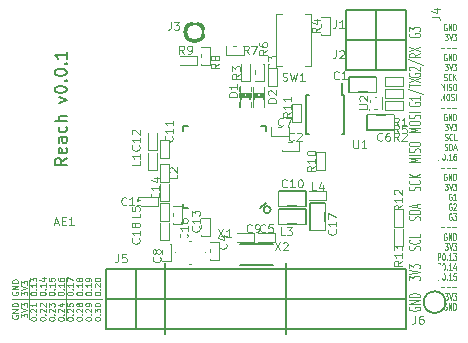
<source format=gbr>
G04 #@! TF.FileFunction,Legend,Top*
%FSLAX46Y46*%
G04 Gerber Fmt 4.6, Leading zero omitted, Abs format (unit mm)*
G04 Created by KiCad (PCBNEW 0.201502101101+5412~21~ubuntu14.04.1-product) date Tue 10 Feb 2015 05:50:58 PM PST*
%MOMM*%
G01*
G04 APERTURE LIST*
%ADD10C,0.100000*%
%ADD11C,0.200000*%
%ADD12C,0.075000*%
%ADD13C,0.177800*%
%ADD14C,0.150000*%
%ADD15C,0.101600*%
%ADD16C,0.300000*%
%ADD17C,0.050000*%
%ADD18R,1.879600X2.184400*%
%ADD19O,1.879600X2.184400*%
%ADD20R,1.402400X2.252400*%
%ADD21R,0.949960X0.949960*%
%ADD22R,2.184400X2.184400*%
%ADD23O,2.184400X2.184400*%
%ADD24C,1.602400*%
%ADD25R,0.552400X1.252400*%
%ADD26R,0.751840X0.401320*%
%ADD27R,0.401320X0.751840*%
%ADD28R,5.302400X5.302400*%
%ADD29R,0.787400X1.295400*%
%ADD30R,0.551180X0.751840*%
%ADD31R,0.751840X0.551180*%
%ADD32R,1.295400X0.787400*%
%ADD33C,1.041400*%
%ADD34R,1.552400X1.102400*%
%ADD35R,1.352400X1.152400*%
%ADD36R,0.802400X1.452400*%
%ADD37R,0.452400X0.362400*%
%ADD38R,0.252400X0.582400*%
G04 APERTURE END LIST*
D10*
D11*
X75057000Y-121158000D02*
X75057000Y-127127000D01*
D10*
X56388000Y-122428000D02*
X56388000Y-125984000D01*
D11*
X64770000Y-121158000D02*
X64770000Y-127127000D01*
D10*
X53276500Y-125857000D02*
X53276500Y-122555000D01*
D12*
X51888500Y-125586953D02*
X51864690Y-125634572D01*
X51864690Y-125706000D01*
X51888500Y-125777429D01*
X51936119Y-125825048D01*
X51983738Y-125848857D01*
X52078976Y-125872667D01*
X52150405Y-125872667D01*
X52245643Y-125848857D01*
X52293262Y-125825048D01*
X52340881Y-125777429D01*
X52364690Y-125706000D01*
X52364690Y-125658381D01*
X52340881Y-125586953D01*
X52317071Y-125563143D01*
X52150405Y-125563143D01*
X52150405Y-125658381D01*
X52364690Y-125348857D02*
X51864690Y-125348857D01*
X52364690Y-125063143D01*
X51864690Y-125063143D01*
X52364690Y-124825047D02*
X51864690Y-124825047D01*
X51864690Y-124706000D01*
X51888500Y-124634571D01*
X51936119Y-124586952D01*
X51983738Y-124563143D01*
X52078976Y-124539333D01*
X52150405Y-124539333D01*
X52245643Y-124563143D01*
X52293262Y-124586952D01*
X52340881Y-124634571D01*
X52364690Y-124706000D01*
X52364690Y-124825047D01*
X52531357Y-124206000D02*
X51817071Y-124206000D01*
X51888500Y-123586953D02*
X51864690Y-123634572D01*
X51864690Y-123706000D01*
X51888500Y-123777429D01*
X51936119Y-123825048D01*
X51983738Y-123848857D01*
X52078976Y-123872667D01*
X52150405Y-123872667D01*
X52245643Y-123848857D01*
X52293262Y-123825048D01*
X52340881Y-123777429D01*
X52364690Y-123706000D01*
X52364690Y-123658381D01*
X52340881Y-123586953D01*
X52317071Y-123563143D01*
X52150405Y-123563143D01*
X52150405Y-123658381D01*
X52364690Y-123348857D02*
X51864690Y-123348857D01*
X52364690Y-123063143D01*
X51864690Y-123063143D01*
X52364690Y-122825047D02*
X51864690Y-122825047D01*
X51864690Y-122706000D01*
X51888500Y-122634571D01*
X51936119Y-122586952D01*
X51983738Y-122563143D01*
X52078976Y-122539333D01*
X52150405Y-122539333D01*
X52245643Y-122563143D01*
X52293262Y-122586952D01*
X52340881Y-122634571D01*
X52364690Y-122706000D01*
X52364690Y-122825047D01*
X52639690Y-125753617D02*
X52639690Y-125444094D01*
X52830167Y-125610760D01*
X52830167Y-125539332D01*
X52853976Y-125491713D01*
X52877786Y-125467903D01*
X52925405Y-125444094D01*
X53044452Y-125444094D01*
X53092071Y-125467903D01*
X53115881Y-125491713D01*
X53139690Y-125539332D01*
X53139690Y-125682189D01*
X53115881Y-125729808D01*
X53092071Y-125753617D01*
X52639690Y-125301237D02*
X53139690Y-125134570D01*
X52639690Y-124967904D01*
X52639690Y-124848856D02*
X52639690Y-124539333D01*
X52830167Y-124705999D01*
X52830167Y-124634571D01*
X52853976Y-124586952D01*
X52877786Y-124563142D01*
X52925405Y-124539333D01*
X53044452Y-124539333D01*
X53092071Y-124563142D01*
X53115881Y-124586952D01*
X53139690Y-124634571D01*
X53139690Y-124777428D01*
X53115881Y-124825047D01*
X53092071Y-124848856D01*
X53306357Y-124206000D02*
X52592071Y-124206000D01*
X52639690Y-123896476D02*
X52639690Y-123586953D01*
X52830167Y-123753619D01*
X52830167Y-123682191D01*
X52853976Y-123634572D01*
X52877786Y-123610762D01*
X52925405Y-123586953D01*
X53044452Y-123586953D01*
X53092071Y-123610762D01*
X53115881Y-123634572D01*
X53139690Y-123682191D01*
X53139690Y-123825048D01*
X53115881Y-123872667D01*
X53092071Y-123896476D01*
X52639690Y-123444096D02*
X53139690Y-123277429D01*
X52639690Y-123110763D01*
X52639690Y-122991715D02*
X52639690Y-122682192D01*
X52830167Y-122848858D01*
X52830167Y-122777430D01*
X52853976Y-122729811D01*
X52877786Y-122706001D01*
X52925405Y-122682192D01*
X53044452Y-122682192D01*
X53092071Y-122706001D01*
X53115881Y-122729811D01*
X53139690Y-122777430D01*
X53139690Y-122920287D01*
X53115881Y-122967906D01*
X53092071Y-122991715D01*
X53414690Y-125896474D02*
X53414690Y-125848855D01*
X53438500Y-125801236D01*
X53462310Y-125777427D01*
X53509929Y-125753617D01*
X53605167Y-125729808D01*
X53724214Y-125729808D01*
X53819452Y-125753617D01*
X53867071Y-125777427D01*
X53890881Y-125801236D01*
X53914690Y-125848855D01*
X53914690Y-125896474D01*
X53890881Y-125944093D01*
X53867071Y-125967903D01*
X53819452Y-125991712D01*
X53724214Y-126015522D01*
X53605167Y-126015522D01*
X53509929Y-125991712D01*
X53462310Y-125967903D01*
X53438500Y-125944093D01*
X53414690Y-125896474D01*
X53867071Y-125515522D02*
X53890881Y-125491713D01*
X53914690Y-125515522D01*
X53890881Y-125539332D01*
X53867071Y-125515522D01*
X53914690Y-125515522D01*
X53462310Y-125301237D02*
X53438500Y-125277427D01*
X53414690Y-125229808D01*
X53414690Y-125110761D01*
X53438500Y-125063142D01*
X53462310Y-125039332D01*
X53509929Y-125015523D01*
X53557548Y-125015523D01*
X53628976Y-125039332D01*
X53914690Y-125325046D01*
X53914690Y-125015523D01*
X53914690Y-124539333D02*
X53914690Y-124825047D01*
X53914690Y-124682190D02*
X53414690Y-124682190D01*
X53486119Y-124729809D01*
X53533738Y-124777428D01*
X53557548Y-124825047D01*
X54081357Y-124206000D02*
X53367071Y-124206000D01*
X53414690Y-123753619D02*
X53414690Y-123706000D01*
X53438500Y-123658381D01*
X53462310Y-123634572D01*
X53509929Y-123610762D01*
X53605167Y-123586953D01*
X53724214Y-123586953D01*
X53819452Y-123610762D01*
X53867071Y-123634572D01*
X53890881Y-123658381D01*
X53914690Y-123706000D01*
X53914690Y-123753619D01*
X53890881Y-123801238D01*
X53867071Y-123825048D01*
X53819452Y-123848857D01*
X53724214Y-123872667D01*
X53605167Y-123872667D01*
X53509929Y-123848857D01*
X53462310Y-123825048D01*
X53438500Y-123801238D01*
X53414690Y-123753619D01*
X53867071Y-123372667D02*
X53890881Y-123348858D01*
X53914690Y-123372667D01*
X53890881Y-123396477D01*
X53867071Y-123372667D01*
X53914690Y-123372667D01*
X53914690Y-122872668D02*
X53914690Y-123158382D01*
X53914690Y-123015525D02*
X53414690Y-123015525D01*
X53486119Y-123063144D01*
X53533738Y-123110763D01*
X53557548Y-123158382D01*
X53414690Y-122706001D02*
X53414690Y-122396478D01*
X53605167Y-122563144D01*
X53605167Y-122491716D01*
X53628976Y-122444097D01*
X53652786Y-122420287D01*
X53700405Y-122396478D01*
X53819452Y-122396478D01*
X53867071Y-122420287D01*
X53890881Y-122444097D01*
X53914690Y-122491716D01*
X53914690Y-122634573D01*
X53890881Y-122682192D01*
X53867071Y-122706001D01*
X54189690Y-125896474D02*
X54189690Y-125848855D01*
X54213500Y-125801236D01*
X54237310Y-125777427D01*
X54284929Y-125753617D01*
X54380167Y-125729808D01*
X54499214Y-125729808D01*
X54594452Y-125753617D01*
X54642071Y-125777427D01*
X54665881Y-125801236D01*
X54689690Y-125848855D01*
X54689690Y-125896474D01*
X54665881Y-125944093D01*
X54642071Y-125967903D01*
X54594452Y-125991712D01*
X54499214Y-126015522D01*
X54380167Y-126015522D01*
X54284929Y-125991712D01*
X54237310Y-125967903D01*
X54213500Y-125944093D01*
X54189690Y-125896474D01*
X54642071Y-125515522D02*
X54665881Y-125491713D01*
X54689690Y-125515522D01*
X54665881Y-125539332D01*
X54642071Y-125515522D01*
X54689690Y-125515522D01*
X54237310Y-125301237D02*
X54213500Y-125277427D01*
X54189690Y-125229808D01*
X54189690Y-125110761D01*
X54213500Y-125063142D01*
X54237310Y-125039332D01*
X54284929Y-125015523D01*
X54332548Y-125015523D01*
X54403976Y-125039332D01*
X54689690Y-125325046D01*
X54689690Y-125015523D01*
X54237310Y-124825047D02*
X54213500Y-124801237D01*
X54189690Y-124753618D01*
X54189690Y-124634571D01*
X54213500Y-124586952D01*
X54237310Y-124563142D01*
X54284929Y-124539333D01*
X54332548Y-124539333D01*
X54403976Y-124563142D01*
X54689690Y-124848856D01*
X54689690Y-124539333D01*
X54856357Y-124206000D02*
X54142071Y-124206000D01*
X54189690Y-123753619D02*
X54189690Y-123706000D01*
X54213500Y-123658381D01*
X54237310Y-123634572D01*
X54284929Y-123610762D01*
X54380167Y-123586953D01*
X54499214Y-123586953D01*
X54594452Y-123610762D01*
X54642071Y-123634572D01*
X54665881Y-123658381D01*
X54689690Y-123706000D01*
X54689690Y-123753619D01*
X54665881Y-123801238D01*
X54642071Y-123825048D01*
X54594452Y-123848857D01*
X54499214Y-123872667D01*
X54380167Y-123872667D01*
X54284929Y-123848857D01*
X54237310Y-123825048D01*
X54213500Y-123801238D01*
X54189690Y-123753619D01*
X54642071Y-123372667D02*
X54665881Y-123348858D01*
X54689690Y-123372667D01*
X54665881Y-123396477D01*
X54642071Y-123372667D01*
X54689690Y-123372667D01*
X54689690Y-122872668D02*
X54689690Y-123158382D01*
X54689690Y-123015525D02*
X54189690Y-123015525D01*
X54261119Y-123063144D01*
X54308738Y-123110763D01*
X54332548Y-123158382D01*
X54356357Y-122444097D02*
X54689690Y-122444097D01*
X54165881Y-122563144D02*
X54523024Y-122682192D01*
X54523024Y-122372668D01*
X54964690Y-125896474D02*
X54964690Y-125848855D01*
X54988500Y-125801236D01*
X55012310Y-125777427D01*
X55059929Y-125753617D01*
X55155167Y-125729808D01*
X55274214Y-125729808D01*
X55369452Y-125753617D01*
X55417071Y-125777427D01*
X55440881Y-125801236D01*
X55464690Y-125848855D01*
X55464690Y-125896474D01*
X55440881Y-125944093D01*
X55417071Y-125967903D01*
X55369452Y-125991712D01*
X55274214Y-126015522D01*
X55155167Y-126015522D01*
X55059929Y-125991712D01*
X55012310Y-125967903D01*
X54988500Y-125944093D01*
X54964690Y-125896474D01*
X55417071Y-125515522D02*
X55440881Y-125491713D01*
X55464690Y-125515522D01*
X55440881Y-125539332D01*
X55417071Y-125515522D01*
X55464690Y-125515522D01*
X55012310Y-125301237D02*
X54988500Y-125277427D01*
X54964690Y-125229808D01*
X54964690Y-125110761D01*
X54988500Y-125063142D01*
X55012310Y-125039332D01*
X55059929Y-125015523D01*
X55107548Y-125015523D01*
X55178976Y-125039332D01*
X55464690Y-125325046D01*
X55464690Y-125015523D01*
X54964690Y-124848856D02*
X54964690Y-124539333D01*
X55155167Y-124705999D01*
X55155167Y-124634571D01*
X55178976Y-124586952D01*
X55202786Y-124563142D01*
X55250405Y-124539333D01*
X55369452Y-124539333D01*
X55417071Y-124563142D01*
X55440881Y-124586952D01*
X55464690Y-124634571D01*
X55464690Y-124777428D01*
X55440881Y-124825047D01*
X55417071Y-124848856D01*
X55631357Y-124206000D02*
X54917071Y-124206000D01*
X54964690Y-123753619D02*
X54964690Y-123706000D01*
X54988500Y-123658381D01*
X55012310Y-123634572D01*
X55059929Y-123610762D01*
X55155167Y-123586953D01*
X55274214Y-123586953D01*
X55369452Y-123610762D01*
X55417071Y-123634572D01*
X55440881Y-123658381D01*
X55464690Y-123706000D01*
X55464690Y-123753619D01*
X55440881Y-123801238D01*
X55417071Y-123825048D01*
X55369452Y-123848857D01*
X55274214Y-123872667D01*
X55155167Y-123872667D01*
X55059929Y-123848857D01*
X55012310Y-123825048D01*
X54988500Y-123801238D01*
X54964690Y-123753619D01*
X55417071Y-123372667D02*
X55440881Y-123348858D01*
X55464690Y-123372667D01*
X55440881Y-123396477D01*
X55417071Y-123372667D01*
X55464690Y-123372667D01*
X55464690Y-122872668D02*
X55464690Y-123158382D01*
X55464690Y-123015525D02*
X54964690Y-123015525D01*
X55036119Y-123063144D01*
X55083738Y-123110763D01*
X55107548Y-123158382D01*
X54964690Y-122420287D02*
X54964690Y-122658382D01*
X55202786Y-122682192D01*
X55178976Y-122658382D01*
X55155167Y-122610763D01*
X55155167Y-122491716D01*
X55178976Y-122444097D01*
X55202786Y-122420287D01*
X55250405Y-122396478D01*
X55369452Y-122396478D01*
X55417071Y-122420287D01*
X55440881Y-122444097D01*
X55464690Y-122491716D01*
X55464690Y-122610763D01*
X55440881Y-122658382D01*
X55417071Y-122682192D01*
X55739690Y-125896474D02*
X55739690Y-125848855D01*
X55763500Y-125801236D01*
X55787310Y-125777427D01*
X55834929Y-125753617D01*
X55930167Y-125729808D01*
X56049214Y-125729808D01*
X56144452Y-125753617D01*
X56192071Y-125777427D01*
X56215881Y-125801236D01*
X56239690Y-125848855D01*
X56239690Y-125896474D01*
X56215881Y-125944093D01*
X56192071Y-125967903D01*
X56144452Y-125991712D01*
X56049214Y-126015522D01*
X55930167Y-126015522D01*
X55834929Y-125991712D01*
X55787310Y-125967903D01*
X55763500Y-125944093D01*
X55739690Y-125896474D01*
X56192071Y-125515522D02*
X56215881Y-125491713D01*
X56239690Y-125515522D01*
X56215881Y-125539332D01*
X56192071Y-125515522D01*
X56239690Y-125515522D01*
X55787310Y-125301237D02*
X55763500Y-125277427D01*
X55739690Y-125229808D01*
X55739690Y-125110761D01*
X55763500Y-125063142D01*
X55787310Y-125039332D01*
X55834929Y-125015523D01*
X55882548Y-125015523D01*
X55953976Y-125039332D01*
X56239690Y-125325046D01*
X56239690Y-125015523D01*
X55906357Y-124586952D02*
X56239690Y-124586952D01*
X55715881Y-124705999D02*
X56073024Y-124825047D01*
X56073024Y-124515523D01*
X56406357Y-124206000D02*
X55692071Y-124206000D01*
X55739690Y-123753619D02*
X55739690Y-123706000D01*
X55763500Y-123658381D01*
X55787310Y-123634572D01*
X55834929Y-123610762D01*
X55930167Y-123586953D01*
X56049214Y-123586953D01*
X56144452Y-123610762D01*
X56192071Y-123634572D01*
X56215881Y-123658381D01*
X56239690Y-123706000D01*
X56239690Y-123753619D01*
X56215881Y-123801238D01*
X56192071Y-123825048D01*
X56144452Y-123848857D01*
X56049214Y-123872667D01*
X55930167Y-123872667D01*
X55834929Y-123848857D01*
X55787310Y-123825048D01*
X55763500Y-123801238D01*
X55739690Y-123753619D01*
X56192071Y-123372667D02*
X56215881Y-123348858D01*
X56239690Y-123372667D01*
X56215881Y-123396477D01*
X56192071Y-123372667D01*
X56239690Y-123372667D01*
X56239690Y-122872668D02*
X56239690Y-123158382D01*
X56239690Y-123015525D02*
X55739690Y-123015525D01*
X55811119Y-123063144D01*
X55858738Y-123110763D01*
X55882548Y-123158382D01*
X55739690Y-122444097D02*
X55739690Y-122539335D01*
X55763500Y-122586954D01*
X55787310Y-122610763D01*
X55858738Y-122658382D01*
X55953976Y-122682192D01*
X56144452Y-122682192D01*
X56192071Y-122658382D01*
X56215881Y-122634573D01*
X56239690Y-122586954D01*
X56239690Y-122491716D01*
X56215881Y-122444097D01*
X56192071Y-122420287D01*
X56144452Y-122396478D01*
X56025405Y-122396478D01*
X55977786Y-122420287D01*
X55953976Y-122444097D01*
X55930167Y-122491716D01*
X55930167Y-122586954D01*
X55953976Y-122634573D01*
X55977786Y-122658382D01*
X56025405Y-122682192D01*
X56514690Y-125896474D02*
X56514690Y-125848855D01*
X56538500Y-125801236D01*
X56562310Y-125777427D01*
X56609929Y-125753617D01*
X56705167Y-125729808D01*
X56824214Y-125729808D01*
X56919452Y-125753617D01*
X56967071Y-125777427D01*
X56990881Y-125801236D01*
X57014690Y-125848855D01*
X57014690Y-125896474D01*
X56990881Y-125944093D01*
X56967071Y-125967903D01*
X56919452Y-125991712D01*
X56824214Y-126015522D01*
X56705167Y-126015522D01*
X56609929Y-125991712D01*
X56562310Y-125967903D01*
X56538500Y-125944093D01*
X56514690Y-125896474D01*
X56967071Y-125515522D02*
X56990881Y-125491713D01*
X57014690Y-125515522D01*
X56990881Y-125539332D01*
X56967071Y-125515522D01*
X57014690Y-125515522D01*
X56562310Y-125301237D02*
X56538500Y-125277427D01*
X56514690Y-125229808D01*
X56514690Y-125110761D01*
X56538500Y-125063142D01*
X56562310Y-125039332D01*
X56609929Y-125015523D01*
X56657548Y-125015523D01*
X56728976Y-125039332D01*
X57014690Y-125325046D01*
X57014690Y-125015523D01*
X56514690Y-124563142D02*
X56514690Y-124801237D01*
X56752786Y-124825047D01*
X56728976Y-124801237D01*
X56705167Y-124753618D01*
X56705167Y-124634571D01*
X56728976Y-124586952D01*
X56752786Y-124563142D01*
X56800405Y-124539333D01*
X56919452Y-124539333D01*
X56967071Y-124563142D01*
X56990881Y-124586952D01*
X57014690Y-124634571D01*
X57014690Y-124753618D01*
X56990881Y-124801237D01*
X56967071Y-124825047D01*
X57181357Y-124206000D02*
X56467071Y-124206000D01*
X56514690Y-123753619D02*
X56514690Y-123706000D01*
X56538500Y-123658381D01*
X56562310Y-123634572D01*
X56609929Y-123610762D01*
X56705167Y-123586953D01*
X56824214Y-123586953D01*
X56919452Y-123610762D01*
X56967071Y-123634572D01*
X56990881Y-123658381D01*
X57014690Y-123706000D01*
X57014690Y-123753619D01*
X56990881Y-123801238D01*
X56967071Y-123825048D01*
X56919452Y-123848857D01*
X56824214Y-123872667D01*
X56705167Y-123872667D01*
X56609929Y-123848857D01*
X56562310Y-123825048D01*
X56538500Y-123801238D01*
X56514690Y-123753619D01*
X56967071Y-123372667D02*
X56990881Y-123348858D01*
X57014690Y-123372667D01*
X56990881Y-123396477D01*
X56967071Y-123372667D01*
X57014690Y-123372667D01*
X57014690Y-122872668D02*
X57014690Y-123158382D01*
X57014690Y-123015525D02*
X56514690Y-123015525D01*
X56586119Y-123063144D01*
X56633738Y-123110763D01*
X56657548Y-123158382D01*
X56514690Y-122706001D02*
X56514690Y-122372668D01*
X57014690Y-122586954D01*
X57289690Y-125896474D02*
X57289690Y-125848855D01*
X57313500Y-125801236D01*
X57337310Y-125777427D01*
X57384929Y-125753617D01*
X57480167Y-125729808D01*
X57599214Y-125729808D01*
X57694452Y-125753617D01*
X57742071Y-125777427D01*
X57765881Y-125801236D01*
X57789690Y-125848855D01*
X57789690Y-125896474D01*
X57765881Y-125944093D01*
X57742071Y-125967903D01*
X57694452Y-125991712D01*
X57599214Y-126015522D01*
X57480167Y-126015522D01*
X57384929Y-125991712D01*
X57337310Y-125967903D01*
X57313500Y-125944093D01*
X57289690Y-125896474D01*
X57742071Y-125515522D02*
X57765881Y-125491713D01*
X57789690Y-125515522D01*
X57765881Y-125539332D01*
X57742071Y-125515522D01*
X57789690Y-125515522D01*
X57337310Y-125301237D02*
X57313500Y-125277427D01*
X57289690Y-125229808D01*
X57289690Y-125110761D01*
X57313500Y-125063142D01*
X57337310Y-125039332D01*
X57384929Y-125015523D01*
X57432548Y-125015523D01*
X57503976Y-125039332D01*
X57789690Y-125325046D01*
X57789690Y-125015523D01*
X57503976Y-124729809D02*
X57480167Y-124777428D01*
X57456357Y-124801237D01*
X57408738Y-124825047D01*
X57384929Y-124825047D01*
X57337310Y-124801237D01*
X57313500Y-124777428D01*
X57289690Y-124729809D01*
X57289690Y-124634571D01*
X57313500Y-124586952D01*
X57337310Y-124563142D01*
X57384929Y-124539333D01*
X57408738Y-124539333D01*
X57456357Y-124563142D01*
X57480167Y-124586952D01*
X57503976Y-124634571D01*
X57503976Y-124729809D01*
X57527786Y-124777428D01*
X57551595Y-124801237D01*
X57599214Y-124825047D01*
X57694452Y-124825047D01*
X57742071Y-124801237D01*
X57765881Y-124777428D01*
X57789690Y-124729809D01*
X57789690Y-124634571D01*
X57765881Y-124586952D01*
X57742071Y-124563142D01*
X57694452Y-124539333D01*
X57599214Y-124539333D01*
X57551595Y-124563142D01*
X57527786Y-124586952D01*
X57503976Y-124634571D01*
X57956357Y-124206000D02*
X57242071Y-124206000D01*
X57289690Y-123753619D02*
X57289690Y-123706000D01*
X57313500Y-123658381D01*
X57337310Y-123634572D01*
X57384929Y-123610762D01*
X57480167Y-123586953D01*
X57599214Y-123586953D01*
X57694452Y-123610762D01*
X57742071Y-123634572D01*
X57765881Y-123658381D01*
X57789690Y-123706000D01*
X57789690Y-123753619D01*
X57765881Y-123801238D01*
X57742071Y-123825048D01*
X57694452Y-123848857D01*
X57599214Y-123872667D01*
X57480167Y-123872667D01*
X57384929Y-123848857D01*
X57337310Y-123825048D01*
X57313500Y-123801238D01*
X57289690Y-123753619D01*
X57742071Y-123372667D02*
X57765881Y-123348858D01*
X57789690Y-123372667D01*
X57765881Y-123396477D01*
X57742071Y-123372667D01*
X57789690Y-123372667D01*
X57789690Y-122872668D02*
X57789690Y-123158382D01*
X57789690Y-123015525D02*
X57289690Y-123015525D01*
X57361119Y-123063144D01*
X57408738Y-123110763D01*
X57432548Y-123158382D01*
X57503976Y-122586954D02*
X57480167Y-122634573D01*
X57456357Y-122658382D01*
X57408738Y-122682192D01*
X57384929Y-122682192D01*
X57337310Y-122658382D01*
X57313500Y-122634573D01*
X57289690Y-122586954D01*
X57289690Y-122491716D01*
X57313500Y-122444097D01*
X57337310Y-122420287D01*
X57384929Y-122396478D01*
X57408738Y-122396478D01*
X57456357Y-122420287D01*
X57480167Y-122444097D01*
X57503976Y-122491716D01*
X57503976Y-122586954D01*
X57527786Y-122634573D01*
X57551595Y-122658382D01*
X57599214Y-122682192D01*
X57694452Y-122682192D01*
X57742071Y-122658382D01*
X57765881Y-122634573D01*
X57789690Y-122586954D01*
X57789690Y-122491716D01*
X57765881Y-122444097D01*
X57742071Y-122420287D01*
X57694452Y-122396478D01*
X57599214Y-122396478D01*
X57551595Y-122420287D01*
X57527786Y-122444097D01*
X57503976Y-122491716D01*
X58064690Y-125896474D02*
X58064690Y-125848855D01*
X58088500Y-125801236D01*
X58112310Y-125777427D01*
X58159929Y-125753617D01*
X58255167Y-125729808D01*
X58374214Y-125729808D01*
X58469452Y-125753617D01*
X58517071Y-125777427D01*
X58540881Y-125801236D01*
X58564690Y-125848855D01*
X58564690Y-125896474D01*
X58540881Y-125944093D01*
X58517071Y-125967903D01*
X58469452Y-125991712D01*
X58374214Y-126015522D01*
X58255167Y-126015522D01*
X58159929Y-125991712D01*
X58112310Y-125967903D01*
X58088500Y-125944093D01*
X58064690Y-125896474D01*
X58517071Y-125515522D02*
X58540881Y-125491713D01*
X58564690Y-125515522D01*
X58540881Y-125539332D01*
X58517071Y-125515522D01*
X58564690Y-125515522D01*
X58112310Y-125301237D02*
X58088500Y-125277427D01*
X58064690Y-125229808D01*
X58064690Y-125110761D01*
X58088500Y-125063142D01*
X58112310Y-125039332D01*
X58159929Y-125015523D01*
X58207548Y-125015523D01*
X58278976Y-125039332D01*
X58564690Y-125325046D01*
X58564690Y-125015523D01*
X58564690Y-124777428D02*
X58564690Y-124682190D01*
X58540881Y-124634571D01*
X58517071Y-124610761D01*
X58445643Y-124563142D01*
X58350405Y-124539333D01*
X58159929Y-124539333D01*
X58112310Y-124563142D01*
X58088500Y-124586952D01*
X58064690Y-124634571D01*
X58064690Y-124729809D01*
X58088500Y-124777428D01*
X58112310Y-124801237D01*
X58159929Y-124825047D01*
X58278976Y-124825047D01*
X58326595Y-124801237D01*
X58350405Y-124777428D01*
X58374214Y-124729809D01*
X58374214Y-124634571D01*
X58350405Y-124586952D01*
X58326595Y-124563142D01*
X58278976Y-124539333D01*
X58731357Y-124206000D02*
X58017071Y-124206000D01*
X58064690Y-123753619D02*
X58064690Y-123706000D01*
X58088500Y-123658381D01*
X58112310Y-123634572D01*
X58159929Y-123610762D01*
X58255167Y-123586953D01*
X58374214Y-123586953D01*
X58469452Y-123610762D01*
X58517071Y-123634572D01*
X58540881Y-123658381D01*
X58564690Y-123706000D01*
X58564690Y-123753619D01*
X58540881Y-123801238D01*
X58517071Y-123825048D01*
X58469452Y-123848857D01*
X58374214Y-123872667D01*
X58255167Y-123872667D01*
X58159929Y-123848857D01*
X58112310Y-123825048D01*
X58088500Y-123801238D01*
X58064690Y-123753619D01*
X58517071Y-123372667D02*
X58540881Y-123348858D01*
X58564690Y-123372667D01*
X58540881Y-123396477D01*
X58517071Y-123372667D01*
X58564690Y-123372667D01*
X58564690Y-122872668D02*
X58564690Y-123158382D01*
X58564690Y-123015525D02*
X58064690Y-123015525D01*
X58136119Y-123063144D01*
X58183738Y-123110763D01*
X58207548Y-123158382D01*
X58564690Y-122634573D02*
X58564690Y-122539335D01*
X58540881Y-122491716D01*
X58517071Y-122467906D01*
X58445643Y-122420287D01*
X58350405Y-122396478D01*
X58159929Y-122396478D01*
X58112310Y-122420287D01*
X58088500Y-122444097D01*
X58064690Y-122491716D01*
X58064690Y-122586954D01*
X58088500Y-122634573D01*
X58112310Y-122658382D01*
X58159929Y-122682192D01*
X58278976Y-122682192D01*
X58326595Y-122658382D01*
X58350405Y-122634573D01*
X58374214Y-122586954D01*
X58374214Y-122491716D01*
X58350405Y-122444097D01*
X58326595Y-122420287D01*
X58278976Y-122396478D01*
X58839690Y-125896474D02*
X58839690Y-125848855D01*
X58863500Y-125801236D01*
X58887310Y-125777427D01*
X58934929Y-125753617D01*
X59030167Y-125729808D01*
X59149214Y-125729808D01*
X59244452Y-125753617D01*
X59292071Y-125777427D01*
X59315881Y-125801236D01*
X59339690Y-125848855D01*
X59339690Y-125896474D01*
X59315881Y-125944093D01*
X59292071Y-125967903D01*
X59244452Y-125991712D01*
X59149214Y-126015522D01*
X59030167Y-126015522D01*
X58934929Y-125991712D01*
X58887310Y-125967903D01*
X58863500Y-125944093D01*
X58839690Y-125896474D01*
X59292071Y-125515522D02*
X59315881Y-125491713D01*
X59339690Y-125515522D01*
X59315881Y-125539332D01*
X59292071Y-125515522D01*
X59339690Y-125515522D01*
X58839690Y-125325046D02*
X58839690Y-125015523D01*
X59030167Y-125182189D01*
X59030167Y-125110761D01*
X59053976Y-125063142D01*
X59077786Y-125039332D01*
X59125405Y-125015523D01*
X59244452Y-125015523D01*
X59292071Y-125039332D01*
X59315881Y-125063142D01*
X59339690Y-125110761D01*
X59339690Y-125253618D01*
X59315881Y-125301237D01*
X59292071Y-125325046D01*
X58839690Y-124705999D02*
X58839690Y-124658380D01*
X58863500Y-124610761D01*
X58887310Y-124586952D01*
X58934929Y-124563142D01*
X59030167Y-124539333D01*
X59149214Y-124539333D01*
X59244452Y-124563142D01*
X59292071Y-124586952D01*
X59315881Y-124610761D01*
X59339690Y-124658380D01*
X59339690Y-124705999D01*
X59315881Y-124753618D01*
X59292071Y-124777428D01*
X59244452Y-124801237D01*
X59149214Y-124825047D01*
X59030167Y-124825047D01*
X58934929Y-124801237D01*
X58887310Y-124777428D01*
X58863500Y-124753618D01*
X58839690Y-124705999D01*
X59506357Y-124206000D02*
X58792071Y-124206000D01*
X58839690Y-123753619D02*
X58839690Y-123706000D01*
X58863500Y-123658381D01*
X58887310Y-123634572D01*
X58934929Y-123610762D01*
X59030167Y-123586953D01*
X59149214Y-123586953D01*
X59244452Y-123610762D01*
X59292071Y-123634572D01*
X59315881Y-123658381D01*
X59339690Y-123706000D01*
X59339690Y-123753619D01*
X59315881Y-123801238D01*
X59292071Y-123825048D01*
X59244452Y-123848857D01*
X59149214Y-123872667D01*
X59030167Y-123872667D01*
X58934929Y-123848857D01*
X58887310Y-123825048D01*
X58863500Y-123801238D01*
X58839690Y-123753619D01*
X59292071Y-123372667D02*
X59315881Y-123348858D01*
X59339690Y-123372667D01*
X59315881Y-123396477D01*
X59292071Y-123372667D01*
X59339690Y-123372667D01*
X58887310Y-123158382D02*
X58863500Y-123134572D01*
X58839690Y-123086953D01*
X58839690Y-122967906D01*
X58863500Y-122920287D01*
X58887310Y-122896477D01*
X58934929Y-122872668D01*
X58982548Y-122872668D01*
X59053976Y-122896477D01*
X59339690Y-123182191D01*
X59339690Y-122872668D01*
X58839690Y-122563144D02*
X58839690Y-122515525D01*
X58863500Y-122467906D01*
X58887310Y-122444097D01*
X58934929Y-122420287D01*
X59030167Y-122396478D01*
X59149214Y-122396478D01*
X59244452Y-122420287D01*
X59292071Y-122444097D01*
X59315881Y-122467906D01*
X59339690Y-122515525D01*
X59339690Y-122563144D01*
X59315881Y-122610763D01*
X59292071Y-122634573D01*
X59244452Y-122658382D01*
X59149214Y-122682192D01*
X59030167Y-122682192D01*
X58934929Y-122658382D01*
X58887310Y-122634573D01*
X58863500Y-122610763D01*
X58839690Y-122563144D01*
X88620714Y-100925000D02*
X88582619Y-100898810D01*
X88525476Y-100898810D01*
X88468333Y-100925000D01*
X88430238Y-100977381D01*
X88411190Y-101029762D01*
X88392142Y-101134524D01*
X88392142Y-101213095D01*
X88411190Y-101317857D01*
X88430238Y-101370238D01*
X88468333Y-101422619D01*
X88525476Y-101448810D01*
X88563571Y-101448810D01*
X88620714Y-101422619D01*
X88639762Y-101396429D01*
X88639762Y-101213095D01*
X88563571Y-101213095D01*
X88811190Y-101448810D02*
X88811190Y-100898810D01*
X89039762Y-101448810D01*
X89039762Y-100898810D01*
X89230238Y-101448810D02*
X89230238Y-100898810D01*
X89325476Y-100898810D01*
X89382619Y-100925000D01*
X89420714Y-100977381D01*
X89439762Y-101029762D01*
X89458810Y-101134524D01*
X89458810Y-101213095D01*
X89439762Y-101317857D01*
X89420714Y-101370238D01*
X89382619Y-101422619D01*
X89325476Y-101448810D01*
X89230238Y-101448810D01*
X88487382Y-101743810D02*
X88735001Y-101743810D01*
X88601668Y-101953333D01*
X88658810Y-101953333D01*
X88696906Y-101979524D01*
X88715953Y-102005714D01*
X88735001Y-102058095D01*
X88735001Y-102189048D01*
X88715953Y-102241429D01*
X88696906Y-102267619D01*
X88658810Y-102293810D01*
X88544525Y-102293810D01*
X88506429Y-102267619D01*
X88487382Y-102241429D01*
X88849286Y-101743810D02*
X88982620Y-102293810D01*
X89115953Y-101743810D01*
X89211191Y-101743810D02*
X89458810Y-101743810D01*
X89325477Y-101953333D01*
X89382619Y-101953333D01*
X89420715Y-101979524D01*
X89439762Y-102005714D01*
X89458810Y-102058095D01*
X89458810Y-102189048D01*
X89439762Y-102241429D01*
X89420715Y-102267619D01*
X89382619Y-102293810D01*
X89268334Y-102293810D01*
X89230238Y-102267619D01*
X89211191Y-102241429D01*
X88144524Y-102929286D02*
X88449286Y-102929286D01*
X88639762Y-102929286D02*
X88944524Y-102929286D01*
X89135000Y-102929286D02*
X89439762Y-102929286D01*
X88620714Y-103460000D02*
X88582619Y-103433810D01*
X88525476Y-103433810D01*
X88468333Y-103460000D01*
X88430238Y-103512381D01*
X88411190Y-103564762D01*
X88392142Y-103669524D01*
X88392142Y-103748095D01*
X88411190Y-103852857D01*
X88430238Y-103905238D01*
X88468333Y-103957619D01*
X88525476Y-103983810D01*
X88563571Y-103983810D01*
X88620714Y-103957619D01*
X88639762Y-103931429D01*
X88639762Y-103748095D01*
X88563571Y-103748095D01*
X88811190Y-103983810D02*
X88811190Y-103433810D01*
X89039762Y-103983810D01*
X89039762Y-103433810D01*
X89230238Y-103983810D02*
X89230238Y-103433810D01*
X89325476Y-103433810D01*
X89382619Y-103460000D01*
X89420714Y-103512381D01*
X89439762Y-103564762D01*
X89458810Y-103669524D01*
X89458810Y-103748095D01*
X89439762Y-103852857D01*
X89420714Y-103905238D01*
X89382619Y-103957619D01*
X89325476Y-103983810D01*
X89230238Y-103983810D01*
X88487382Y-104278810D02*
X88735001Y-104278810D01*
X88601668Y-104488333D01*
X88658810Y-104488333D01*
X88696906Y-104514524D01*
X88715953Y-104540714D01*
X88735001Y-104593095D01*
X88735001Y-104724048D01*
X88715953Y-104776429D01*
X88696906Y-104802619D01*
X88658810Y-104828810D01*
X88544525Y-104828810D01*
X88506429Y-104802619D01*
X88487382Y-104776429D01*
X88849286Y-104278810D02*
X88982620Y-104828810D01*
X89115953Y-104278810D01*
X89211191Y-104278810D02*
X89458810Y-104278810D01*
X89325477Y-104488333D01*
X89382619Y-104488333D01*
X89420715Y-104514524D01*
X89439762Y-104540714D01*
X89458810Y-104593095D01*
X89458810Y-104724048D01*
X89439762Y-104776429D01*
X89420715Y-104802619D01*
X89382619Y-104828810D01*
X89268334Y-104828810D01*
X89230238Y-104802619D01*
X89211191Y-104776429D01*
X88430238Y-105647619D02*
X88487381Y-105673810D01*
X88582619Y-105673810D01*
X88620715Y-105647619D01*
X88639762Y-105621429D01*
X88658810Y-105569048D01*
X88658810Y-105516667D01*
X88639762Y-105464286D01*
X88620715Y-105438095D01*
X88582619Y-105411905D01*
X88506429Y-105385714D01*
X88468334Y-105359524D01*
X88449286Y-105333333D01*
X88430238Y-105280952D01*
X88430238Y-105228571D01*
X88449286Y-105176190D01*
X88468334Y-105150000D01*
X88506429Y-105123810D01*
X88601667Y-105123810D01*
X88658810Y-105150000D01*
X89058810Y-105621429D02*
X89039762Y-105647619D01*
X88982619Y-105673810D01*
X88944524Y-105673810D01*
X88887381Y-105647619D01*
X88849286Y-105595238D01*
X88830238Y-105542857D01*
X88811190Y-105438095D01*
X88811190Y-105359524D01*
X88830238Y-105254762D01*
X88849286Y-105202381D01*
X88887381Y-105150000D01*
X88944524Y-105123810D01*
X88982619Y-105123810D01*
X89039762Y-105150000D01*
X89058810Y-105176190D01*
X89230238Y-105673810D02*
X89230238Y-105123810D01*
X89458810Y-105673810D02*
X89287381Y-105359524D01*
X89458810Y-105123810D02*
X89230238Y-105438095D01*
X88182619Y-106518810D02*
X88182619Y-105968810D01*
X88315952Y-106361667D01*
X88449286Y-105968810D01*
X88449286Y-106518810D01*
X88639762Y-106518810D02*
X88639762Y-105968810D01*
X88811190Y-106492619D02*
X88868333Y-106518810D01*
X88963571Y-106518810D01*
X89001667Y-106492619D01*
X89020714Y-106466429D01*
X89039762Y-106414048D01*
X89039762Y-106361667D01*
X89020714Y-106309286D01*
X89001667Y-106283095D01*
X88963571Y-106256905D01*
X88887381Y-106230714D01*
X88849286Y-106204524D01*
X88830238Y-106178333D01*
X88811190Y-106125952D01*
X88811190Y-106073571D01*
X88830238Y-106021190D01*
X88849286Y-105995000D01*
X88887381Y-105968810D01*
X88982619Y-105968810D01*
X89039762Y-105995000D01*
X89287381Y-105968810D02*
X89363571Y-105968810D01*
X89401666Y-105995000D01*
X89439762Y-106047381D01*
X89458809Y-106152143D01*
X89458809Y-106335476D01*
X89439762Y-106440238D01*
X89401666Y-106492619D01*
X89363571Y-106518810D01*
X89287381Y-106518810D01*
X89249285Y-106492619D01*
X89211190Y-106440238D01*
X89192142Y-106335476D01*
X89192142Y-106152143D01*
X89211190Y-106047381D01*
X89249285Y-105995000D01*
X89287381Y-105968810D01*
X88182619Y-107363810D02*
X88182619Y-106813810D01*
X88315952Y-107206667D01*
X88449286Y-106813810D01*
X88449286Y-107363810D01*
X88715953Y-106813810D02*
X88792143Y-106813810D01*
X88830238Y-106840000D01*
X88868334Y-106892381D01*
X88887381Y-106997143D01*
X88887381Y-107180476D01*
X88868334Y-107285238D01*
X88830238Y-107337619D01*
X88792143Y-107363810D01*
X88715953Y-107363810D01*
X88677857Y-107337619D01*
X88639762Y-107285238D01*
X88620714Y-107180476D01*
X88620714Y-106997143D01*
X88639762Y-106892381D01*
X88677857Y-106840000D01*
X88715953Y-106813810D01*
X89039762Y-107337619D02*
X89096905Y-107363810D01*
X89192143Y-107363810D01*
X89230239Y-107337619D01*
X89249286Y-107311429D01*
X89268334Y-107259048D01*
X89268334Y-107206667D01*
X89249286Y-107154286D01*
X89230239Y-107128095D01*
X89192143Y-107101905D01*
X89115953Y-107075714D01*
X89077858Y-107049524D01*
X89058810Y-107023333D01*
X89039762Y-106970952D01*
X89039762Y-106918571D01*
X89058810Y-106866190D01*
X89077858Y-106840000D01*
X89115953Y-106813810D01*
X89211191Y-106813810D01*
X89268334Y-106840000D01*
X89439762Y-107363810D02*
X89439762Y-106813810D01*
X88144524Y-107999286D02*
X88449286Y-107999286D01*
X88639762Y-107999286D02*
X88944524Y-107999286D01*
X89135000Y-107999286D02*
X89439762Y-107999286D01*
X88620714Y-108530000D02*
X88582619Y-108503810D01*
X88525476Y-108503810D01*
X88468333Y-108530000D01*
X88430238Y-108582381D01*
X88411190Y-108634762D01*
X88392142Y-108739524D01*
X88392142Y-108818095D01*
X88411190Y-108922857D01*
X88430238Y-108975238D01*
X88468333Y-109027619D01*
X88525476Y-109053810D01*
X88563571Y-109053810D01*
X88620714Y-109027619D01*
X88639762Y-109001429D01*
X88639762Y-108818095D01*
X88563571Y-108818095D01*
X88811190Y-109053810D02*
X88811190Y-108503810D01*
X89039762Y-109053810D01*
X89039762Y-108503810D01*
X89230238Y-109053810D02*
X89230238Y-108503810D01*
X89325476Y-108503810D01*
X89382619Y-108530000D01*
X89420714Y-108582381D01*
X89439762Y-108634762D01*
X89458810Y-108739524D01*
X89458810Y-108818095D01*
X89439762Y-108922857D01*
X89420714Y-108975238D01*
X89382619Y-109027619D01*
X89325476Y-109053810D01*
X89230238Y-109053810D01*
X88487382Y-109348810D02*
X88735001Y-109348810D01*
X88601668Y-109558333D01*
X88658810Y-109558333D01*
X88696906Y-109584524D01*
X88715953Y-109610714D01*
X88735001Y-109663095D01*
X88735001Y-109794048D01*
X88715953Y-109846429D01*
X88696906Y-109872619D01*
X88658810Y-109898810D01*
X88544525Y-109898810D01*
X88506429Y-109872619D01*
X88487382Y-109846429D01*
X88849286Y-109348810D02*
X88982620Y-109898810D01*
X89115953Y-109348810D01*
X89211191Y-109348810D02*
X89458810Y-109348810D01*
X89325477Y-109558333D01*
X89382619Y-109558333D01*
X89420715Y-109584524D01*
X89439762Y-109610714D01*
X89458810Y-109663095D01*
X89458810Y-109794048D01*
X89439762Y-109846429D01*
X89420715Y-109872619D01*
X89382619Y-109898810D01*
X89268334Y-109898810D01*
X89230238Y-109872619D01*
X89211191Y-109846429D01*
X88506428Y-110717619D02*
X88563571Y-110743810D01*
X88658809Y-110743810D01*
X88696905Y-110717619D01*
X88715952Y-110691429D01*
X88735000Y-110639048D01*
X88735000Y-110586667D01*
X88715952Y-110534286D01*
X88696905Y-110508095D01*
X88658809Y-110481905D01*
X88582619Y-110455714D01*
X88544524Y-110429524D01*
X88525476Y-110403333D01*
X88506428Y-110350952D01*
X88506428Y-110298571D01*
X88525476Y-110246190D01*
X88544524Y-110220000D01*
X88582619Y-110193810D01*
X88677857Y-110193810D01*
X88735000Y-110220000D01*
X89135000Y-110691429D02*
X89115952Y-110717619D01*
X89058809Y-110743810D01*
X89020714Y-110743810D01*
X88963571Y-110717619D01*
X88925476Y-110665238D01*
X88906428Y-110612857D01*
X88887380Y-110508095D01*
X88887380Y-110429524D01*
X88906428Y-110324762D01*
X88925476Y-110272381D01*
X88963571Y-110220000D01*
X89020714Y-110193810D01*
X89058809Y-110193810D01*
X89115952Y-110220000D01*
X89135000Y-110246190D01*
X89496904Y-110743810D02*
X89306428Y-110743810D01*
X89306428Y-110193810D01*
X88487381Y-111562619D02*
X88544524Y-111588810D01*
X88639762Y-111588810D01*
X88677858Y-111562619D01*
X88696905Y-111536429D01*
X88715953Y-111484048D01*
X88715953Y-111431667D01*
X88696905Y-111379286D01*
X88677858Y-111353095D01*
X88639762Y-111326905D01*
X88563572Y-111300714D01*
X88525477Y-111274524D01*
X88506429Y-111248333D01*
X88487381Y-111195952D01*
X88487381Y-111143571D01*
X88506429Y-111091190D01*
X88525477Y-111065000D01*
X88563572Y-111038810D01*
X88658810Y-111038810D01*
X88715953Y-111065000D01*
X88887381Y-111588810D02*
X88887381Y-111038810D01*
X88982619Y-111038810D01*
X89039762Y-111065000D01*
X89077857Y-111117381D01*
X89096905Y-111169762D01*
X89115953Y-111274524D01*
X89115953Y-111353095D01*
X89096905Y-111457857D01*
X89077857Y-111510238D01*
X89039762Y-111562619D01*
X88982619Y-111588810D01*
X88887381Y-111588810D01*
X89268333Y-111431667D02*
X89458810Y-111431667D01*
X89230238Y-111588810D02*
X89363572Y-111038810D01*
X89496905Y-111588810D01*
X87896906Y-112433810D02*
X87896906Y-111883810D01*
X88049287Y-111883810D01*
X88087382Y-111910000D01*
X88106430Y-111936190D01*
X88125478Y-111988571D01*
X88125478Y-112067143D01*
X88106430Y-112119524D01*
X88087382Y-112145714D01*
X88049287Y-112171905D01*
X87896906Y-112171905D01*
X88373097Y-111883810D02*
X88411192Y-111883810D01*
X88449287Y-111910000D01*
X88468335Y-111936190D01*
X88487382Y-111988571D01*
X88506430Y-112093333D01*
X88506430Y-112224286D01*
X88487382Y-112329048D01*
X88468335Y-112381429D01*
X88449287Y-112407619D01*
X88411192Y-112433810D01*
X88373097Y-112433810D01*
X88335001Y-112407619D01*
X88315954Y-112381429D01*
X88296906Y-112329048D01*
X88277858Y-112224286D01*
X88277858Y-112093333D01*
X88296906Y-111988571D01*
X88315954Y-111936190D01*
X88335001Y-111910000D01*
X88373097Y-111883810D01*
X88677858Y-112381429D02*
X88696906Y-112407619D01*
X88677858Y-112433810D01*
X88658810Y-112407619D01*
X88677858Y-112381429D01*
X88677858Y-112433810D01*
X89077858Y-112433810D02*
X88849286Y-112433810D01*
X88963572Y-112433810D02*
X88963572Y-111883810D01*
X88925477Y-111962381D01*
X88887382Y-112014762D01*
X88849286Y-112040952D01*
X89420715Y-111883810D02*
X89344524Y-111883810D01*
X89306429Y-111910000D01*
X89287381Y-111936190D01*
X89249286Y-112014762D01*
X89230238Y-112119524D01*
X89230238Y-112329048D01*
X89249286Y-112381429D01*
X89268334Y-112407619D01*
X89306429Y-112433810D01*
X89382619Y-112433810D01*
X89420715Y-112407619D01*
X89439762Y-112381429D01*
X89458810Y-112329048D01*
X89458810Y-112198095D01*
X89439762Y-112145714D01*
X89420715Y-112119524D01*
X89382619Y-112093333D01*
X89306429Y-112093333D01*
X89268334Y-112119524D01*
X89249286Y-112145714D01*
X89230238Y-112198095D01*
X88144524Y-113069286D02*
X88449286Y-113069286D01*
X88639762Y-113069286D02*
X88944524Y-113069286D01*
X89135000Y-113069286D02*
X89439762Y-113069286D01*
X88620714Y-113600000D02*
X88582619Y-113573810D01*
X88525476Y-113573810D01*
X88468333Y-113600000D01*
X88430238Y-113652381D01*
X88411190Y-113704762D01*
X88392142Y-113809524D01*
X88392142Y-113888095D01*
X88411190Y-113992857D01*
X88430238Y-114045238D01*
X88468333Y-114097619D01*
X88525476Y-114123810D01*
X88563571Y-114123810D01*
X88620714Y-114097619D01*
X88639762Y-114071429D01*
X88639762Y-113888095D01*
X88563571Y-113888095D01*
X88811190Y-114123810D02*
X88811190Y-113573810D01*
X89039762Y-114123810D01*
X89039762Y-113573810D01*
X89230238Y-114123810D02*
X89230238Y-113573810D01*
X89325476Y-113573810D01*
X89382619Y-113600000D01*
X89420714Y-113652381D01*
X89439762Y-113704762D01*
X89458810Y-113809524D01*
X89458810Y-113888095D01*
X89439762Y-113992857D01*
X89420714Y-114045238D01*
X89382619Y-114097619D01*
X89325476Y-114123810D01*
X89230238Y-114123810D01*
X88487382Y-114418810D02*
X88735001Y-114418810D01*
X88601668Y-114628333D01*
X88658810Y-114628333D01*
X88696906Y-114654524D01*
X88715953Y-114680714D01*
X88735001Y-114733095D01*
X88735001Y-114864048D01*
X88715953Y-114916429D01*
X88696906Y-114942619D01*
X88658810Y-114968810D01*
X88544525Y-114968810D01*
X88506429Y-114942619D01*
X88487382Y-114916429D01*
X88849286Y-114418810D02*
X88982620Y-114968810D01*
X89115953Y-114418810D01*
X89211191Y-114418810D02*
X89458810Y-114418810D01*
X89325477Y-114628333D01*
X89382619Y-114628333D01*
X89420715Y-114654524D01*
X89439762Y-114680714D01*
X89458810Y-114733095D01*
X89458810Y-114864048D01*
X89439762Y-114916429D01*
X89420715Y-114942619D01*
X89382619Y-114968810D01*
X89268334Y-114968810D01*
X89230238Y-114942619D01*
X89211191Y-114916429D01*
X89058810Y-115290000D02*
X89020715Y-115263810D01*
X88963572Y-115263810D01*
X88906429Y-115290000D01*
X88868334Y-115342381D01*
X88849286Y-115394762D01*
X88830238Y-115499524D01*
X88830238Y-115578095D01*
X88849286Y-115682857D01*
X88868334Y-115735238D01*
X88906429Y-115787619D01*
X88963572Y-115813810D01*
X89001667Y-115813810D01*
X89058810Y-115787619D01*
X89077858Y-115761429D01*
X89077858Y-115578095D01*
X89001667Y-115578095D01*
X89458810Y-115813810D02*
X89230238Y-115813810D01*
X89344524Y-115813810D02*
X89344524Y-115263810D01*
X89306429Y-115342381D01*
X89268334Y-115394762D01*
X89230238Y-115420952D01*
X89058810Y-116135000D02*
X89020715Y-116108810D01*
X88963572Y-116108810D01*
X88906429Y-116135000D01*
X88868334Y-116187381D01*
X88849286Y-116239762D01*
X88830238Y-116344524D01*
X88830238Y-116423095D01*
X88849286Y-116527857D01*
X88868334Y-116580238D01*
X88906429Y-116632619D01*
X88963572Y-116658810D01*
X89001667Y-116658810D01*
X89058810Y-116632619D01*
X89077858Y-116606429D01*
X89077858Y-116423095D01*
X89001667Y-116423095D01*
X89230238Y-116161190D02*
X89249286Y-116135000D01*
X89287381Y-116108810D01*
X89382619Y-116108810D01*
X89420715Y-116135000D01*
X89439762Y-116161190D01*
X89458810Y-116213571D01*
X89458810Y-116265952D01*
X89439762Y-116344524D01*
X89211191Y-116658810D01*
X89458810Y-116658810D01*
X89058810Y-116980000D02*
X89020715Y-116953810D01*
X88963572Y-116953810D01*
X88906429Y-116980000D01*
X88868334Y-117032381D01*
X88849286Y-117084762D01*
X88830238Y-117189524D01*
X88830238Y-117268095D01*
X88849286Y-117372857D01*
X88868334Y-117425238D01*
X88906429Y-117477619D01*
X88963572Y-117503810D01*
X89001667Y-117503810D01*
X89058810Y-117477619D01*
X89077858Y-117451429D01*
X89077858Y-117268095D01*
X89001667Y-117268095D01*
X89211191Y-116953810D02*
X89458810Y-116953810D01*
X89325477Y-117163333D01*
X89382619Y-117163333D01*
X89420715Y-117189524D01*
X89439762Y-117215714D01*
X89458810Y-117268095D01*
X89458810Y-117399048D01*
X89439762Y-117451429D01*
X89420715Y-117477619D01*
X89382619Y-117503810D01*
X89268334Y-117503810D01*
X89230238Y-117477619D01*
X89211191Y-117451429D01*
X88144524Y-118139286D02*
X88449286Y-118139286D01*
X88639762Y-118139286D02*
X88944524Y-118139286D01*
X89135000Y-118139286D02*
X89439762Y-118139286D01*
X88620714Y-118670000D02*
X88582619Y-118643810D01*
X88525476Y-118643810D01*
X88468333Y-118670000D01*
X88430238Y-118722381D01*
X88411190Y-118774762D01*
X88392142Y-118879524D01*
X88392142Y-118958095D01*
X88411190Y-119062857D01*
X88430238Y-119115238D01*
X88468333Y-119167619D01*
X88525476Y-119193810D01*
X88563571Y-119193810D01*
X88620714Y-119167619D01*
X88639762Y-119141429D01*
X88639762Y-118958095D01*
X88563571Y-118958095D01*
X88811190Y-119193810D02*
X88811190Y-118643810D01*
X89039762Y-119193810D01*
X89039762Y-118643810D01*
X89230238Y-119193810D02*
X89230238Y-118643810D01*
X89325476Y-118643810D01*
X89382619Y-118670000D01*
X89420714Y-118722381D01*
X89439762Y-118774762D01*
X89458810Y-118879524D01*
X89458810Y-118958095D01*
X89439762Y-119062857D01*
X89420714Y-119115238D01*
X89382619Y-119167619D01*
X89325476Y-119193810D01*
X89230238Y-119193810D01*
X88487382Y-119488810D02*
X88735001Y-119488810D01*
X88601668Y-119698333D01*
X88658810Y-119698333D01*
X88696906Y-119724524D01*
X88715953Y-119750714D01*
X88735001Y-119803095D01*
X88735001Y-119934048D01*
X88715953Y-119986429D01*
X88696906Y-120012619D01*
X88658810Y-120038810D01*
X88544525Y-120038810D01*
X88506429Y-120012619D01*
X88487382Y-119986429D01*
X88849286Y-119488810D02*
X88982620Y-120038810D01*
X89115953Y-119488810D01*
X89211191Y-119488810D02*
X89458810Y-119488810D01*
X89325477Y-119698333D01*
X89382619Y-119698333D01*
X89420715Y-119724524D01*
X89439762Y-119750714D01*
X89458810Y-119803095D01*
X89458810Y-119934048D01*
X89439762Y-119986429D01*
X89420715Y-120012619D01*
X89382619Y-120038810D01*
X89268334Y-120038810D01*
X89230238Y-120012619D01*
X89211191Y-119986429D01*
X87896906Y-120883810D02*
X87896906Y-120333810D01*
X88049287Y-120333810D01*
X88087382Y-120360000D01*
X88106430Y-120386190D01*
X88125478Y-120438571D01*
X88125478Y-120517143D01*
X88106430Y-120569524D01*
X88087382Y-120595714D01*
X88049287Y-120621905D01*
X87896906Y-120621905D01*
X88373097Y-120333810D02*
X88411192Y-120333810D01*
X88449287Y-120360000D01*
X88468335Y-120386190D01*
X88487382Y-120438571D01*
X88506430Y-120543333D01*
X88506430Y-120674286D01*
X88487382Y-120779048D01*
X88468335Y-120831429D01*
X88449287Y-120857619D01*
X88411192Y-120883810D01*
X88373097Y-120883810D01*
X88335001Y-120857619D01*
X88315954Y-120831429D01*
X88296906Y-120779048D01*
X88277858Y-120674286D01*
X88277858Y-120543333D01*
X88296906Y-120438571D01*
X88315954Y-120386190D01*
X88335001Y-120360000D01*
X88373097Y-120333810D01*
X88677858Y-120831429D02*
X88696906Y-120857619D01*
X88677858Y-120883810D01*
X88658810Y-120857619D01*
X88677858Y-120831429D01*
X88677858Y-120883810D01*
X89077858Y-120883810D02*
X88849286Y-120883810D01*
X88963572Y-120883810D02*
X88963572Y-120333810D01*
X88925477Y-120412381D01*
X88887382Y-120464762D01*
X88849286Y-120490952D01*
X89211191Y-120333810D02*
X89458810Y-120333810D01*
X89325477Y-120543333D01*
X89382619Y-120543333D01*
X89420715Y-120569524D01*
X89439762Y-120595714D01*
X89458810Y-120648095D01*
X89458810Y-120779048D01*
X89439762Y-120831429D01*
X89420715Y-120857619D01*
X89382619Y-120883810D01*
X89268334Y-120883810D01*
X89230238Y-120857619D01*
X89211191Y-120831429D01*
X87896906Y-121728810D02*
X87896906Y-121178810D01*
X88049287Y-121178810D01*
X88087382Y-121205000D01*
X88106430Y-121231190D01*
X88125478Y-121283571D01*
X88125478Y-121362143D01*
X88106430Y-121414524D01*
X88087382Y-121440714D01*
X88049287Y-121466905D01*
X87896906Y-121466905D01*
X88373097Y-121178810D02*
X88411192Y-121178810D01*
X88449287Y-121205000D01*
X88468335Y-121231190D01*
X88487382Y-121283571D01*
X88506430Y-121388333D01*
X88506430Y-121519286D01*
X88487382Y-121624048D01*
X88468335Y-121676429D01*
X88449287Y-121702619D01*
X88411192Y-121728810D01*
X88373097Y-121728810D01*
X88335001Y-121702619D01*
X88315954Y-121676429D01*
X88296906Y-121624048D01*
X88277858Y-121519286D01*
X88277858Y-121388333D01*
X88296906Y-121283571D01*
X88315954Y-121231190D01*
X88335001Y-121205000D01*
X88373097Y-121178810D01*
X88677858Y-121676429D02*
X88696906Y-121702619D01*
X88677858Y-121728810D01*
X88658810Y-121702619D01*
X88677858Y-121676429D01*
X88677858Y-121728810D01*
X89077858Y-121728810D02*
X88849286Y-121728810D01*
X88963572Y-121728810D02*
X88963572Y-121178810D01*
X88925477Y-121257381D01*
X88887382Y-121309762D01*
X88849286Y-121335952D01*
X89420715Y-121362143D02*
X89420715Y-121728810D01*
X89325477Y-121152619D02*
X89230238Y-121545476D01*
X89477858Y-121545476D01*
X87896906Y-122573810D02*
X87896906Y-122023810D01*
X88049287Y-122023810D01*
X88087382Y-122050000D01*
X88106430Y-122076190D01*
X88125478Y-122128571D01*
X88125478Y-122207143D01*
X88106430Y-122259524D01*
X88087382Y-122285714D01*
X88049287Y-122311905D01*
X87896906Y-122311905D01*
X88373097Y-122023810D02*
X88411192Y-122023810D01*
X88449287Y-122050000D01*
X88468335Y-122076190D01*
X88487382Y-122128571D01*
X88506430Y-122233333D01*
X88506430Y-122364286D01*
X88487382Y-122469048D01*
X88468335Y-122521429D01*
X88449287Y-122547619D01*
X88411192Y-122573810D01*
X88373097Y-122573810D01*
X88335001Y-122547619D01*
X88315954Y-122521429D01*
X88296906Y-122469048D01*
X88277858Y-122364286D01*
X88277858Y-122233333D01*
X88296906Y-122128571D01*
X88315954Y-122076190D01*
X88335001Y-122050000D01*
X88373097Y-122023810D01*
X88677858Y-122521429D02*
X88696906Y-122547619D01*
X88677858Y-122573810D01*
X88658810Y-122547619D01*
X88677858Y-122521429D01*
X88677858Y-122573810D01*
X89077858Y-122573810D02*
X88849286Y-122573810D01*
X88963572Y-122573810D02*
X88963572Y-122023810D01*
X88925477Y-122102381D01*
X88887382Y-122154762D01*
X88849286Y-122180952D01*
X89439762Y-122023810D02*
X89249286Y-122023810D01*
X89230238Y-122285714D01*
X89249286Y-122259524D01*
X89287381Y-122233333D01*
X89382619Y-122233333D01*
X89420715Y-122259524D01*
X89439762Y-122285714D01*
X89458810Y-122338095D01*
X89458810Y-122469048D01*
X89439762Y-122521429D01*
X89420715Y-122547619D01*
X89382619Y-122573810D01*
X89287381Y-122573810D01*
X89249286Y-122547619D01*
X89230238Y-122521429D01*
X88144524Y-123209286D02*
X88449286Y-123209286D01*
X88639762Y-123209286D02*
X88944524Y-123209286D01*
X89135000Y-123209286D02*
X89439762Y-123209286D01*
X88487382Y-123713810D02*
X88735001Y-123713810D01*
X88601668Y-123923333D01*
X88658810Y-123923333D01*
X88696906Y-123949524D01*
X88715953Y-123975714D01*
X88735001Y-124028095D01*
X88735001Y-124159048D01*
X88715953Y-124211429D01*
X88696906Y-124237619D01*
X88658810Y-124263810D01*
X88544525Y-124263810D01*
X88506429Y-124237619D01*
X88487382Y-124211429D01*
X88849286Y-123713810D02*
X88982620Y-124263810D01*
X89115953Y-123713810D01*
X89211191Y-123713810D02*
X89458810Y-123713810D01*
X89325477Y-123923333D01*
X89382619Y-123923333D01*
X89420715Y-123949524D01*
X89439762Y-123975714D01*
X89458810Y-124028095D01*
X89458810Y-124159048D01*
X89439762Y-124211429D01*
X89420715Y-124237619D01*
X89382619Y-124263810D01*
X89268334Y-124263810D01*
X89230238Y-124237619D01*
X89211191Y-124211429D01*
X88620714Y-124585000D02*
X88582619Y-124558810D01*
X88525476Y-124558810D01*
X88468333Y-124585000D01*
X88430238Y-124637381D01*
X88411190Y-124689762D01*
X88392142Y-124794524D01*
X88392142Y-124873095D01*
X88411190Y-124977857D01*
X88430238Y-125030238D01*
X88468333Y-125082619D01*
X88525476Y-125108810D01*
X88563571Y-125108810D01*
X88620714Y-125082619D01*
X88639762Y-125056429D01*
X88639762Y-124873095D01*
X88563571Y-124873095D01*
X88811190Y-125108810D02*
X88811190Y-124558810D01*
X89039762Y-125108810D01*
X89039762Y-124558810D01*
X89230238Y-125108810D02*
X89230238Y-124558810D01*
X89325476Y-124558810D01*
X89382619Y-124585000D01*
X89420714Y-124637381D01*
X89439762Y-124689762D01*
X89458810Y-124794524D01*
X89458810Y-124873095D01*
X89439762Y-124977857D01*
X89420714Y-125030238D01*
X89382619Y-125082619D01*
X89325476Y-125108810D01*
X89230238Y-125108810D01*
D13*
X56466619Y-112261952D02*
X55982810Y-112600618D01*
X56466619Y-112842523D02*
X55450619Y-112842523D01*
X55450619Y-112455476D01*
X55499000Y-112358714D01*
X55547381Y-112310333D01*
X55644143Y-112261952D01*
X55789286Y-112261952D01*
X55886048Y-112310333D01*
X55934429Y-112358714D01*
X55982810Y-112455476D01*
X55982810Y-112842523D01*
X56418238Y-111439476D02*
X56466619Y-111536238D01*
X56466619Y-111729761D01*
X56418238Y-111826523D01*
X56321476Y-111874904D01*
X55934429Y-111874904D01*
X55837667Y-111826523D01*
X55789286Y-111729761D01*
X55789286Y-111536238D01*
X55837667Y-111439476D01*
X55934429Y-111391095D01*
X56031190Y-111391095D01*
X56127952Y-111874904D01*
X56466619Y-110520238D02*
X55934429Y-110520238D01*
X55837667Y-110568619D01*
X55789286Y-110665381D01*
X55789286Y-110858904D01*
X55837667Y-110955666D01*
X56418238Y-110520238D02*
X56466619Y-110617000D01*
X56466619Y-110858904D01*
X56418238Y-110955666D01*
X56321476Y-111004047D01*
X56224714Y-111004047D01*
X56127952Y-110955666D01*
X56079571Y-110858904D01*
X56079571Y-110617000D01*
X56031190Y-110520238D01*
X56418238Y-109601000D02*
X56466619Y-109697762D01*
X56466619Y-109891285D01*
X56418238Y-109988047D01*
X56369857Y-110036428D01*
X56273095Y-110084809D01*
X55982810Y-110084809D01*
X55886048Y-110036428D01*
X55837667Y-109988047D01*
X55789286Y-109891285D01*
X55789286Y-109697762D01*
X55837667Y-109601000D01*
X56466619Y-109165571D02*
X55450619Y-109165571D01*
X56466619Y-108730143D02*
X55934429Y-108730143D01*
X55837667Y-108778524D01*
X55789286Y-108875286D01*
X55789286Y-109020428D01*
X55837667Y-109117190D01*
X55886048Y-109165571D01*
X55789286Y-107569000D02*
X56466619Y-107327095D01*
X55789286Y-107085191D01*
X55450619Y-106504619D02*
X55450619Y-106407858D01*
X55499000Y-106311096D01*
X55547381Y-106262715D01*
X55644143Y-106214334D01*
X55837667Y-106165953D01*
X56079571Y-106165953D01*
X56273095Y-106214334D01*
X56369857Y-106262715D01*
X56418238Y-106311096D01*
X56466619Y-106407858D01*
X56466619Y-106504619D01*
X56418238Y-106601381D01*
X56369857Y-106649762D01*
X56273095Y-106698143D01*
X56079571Y-106746524D01*
X55837667Y-106746524D01*
X55644143Y-106698143D01*
X55547381Y-106649762D01*
X55499000Y-106601381D01*
X55450619Y-106504619D01*
X56369857Y-105730524D02*
X56418238Y-105682143D01*
X56466619Y-105730524D01*
X56418238Y-105778905D01*
X56369857Y-105730524D01*
X56466619Y-105730524D01*
X55450619Y-105053190D02*
X55450619Y-104956429D01*
X55499000Y-104859667D01*
X55547381Y-104811286D01*
X55644143Y-104762905D01*
X55837667Y-104714524D01*
X56079571Y-104714524D01*
X56273095Y-104762905D01*
X56369857Y-104811286D01*
X56418238Y-104859667D01*
X56466619Y-104956429D01*
X56466619Y-105053190D01*
X56418238Y-105149952D01*
X56369857Y-105198333D01*
X56273095Y-105246714D01*
X56079571Y-105295095D01*
X55837667Y-105295095D01*
X55644143Y-105246714D01*
X55547381Y-105198333D01*
X55499000Y-105149952D01*
X55450619Y-105053190D01*
X56369857Y-104279095D02*
X56418238Y-104230714D01*
X56466619Y-104279095D01*
X56418238Y-104327476D01*
X56369857Y-104279095D01*
X56466619Y-104279095D01*
X56466619Y-103263095D02*
X56466619Y-103843666D01*
X56466619Y-103553380D02*
X55450619Y-103553380D01*
X55595762Y-103650142D01*
X55692524Y-103746904D01*
X55740905Y-103843666D01*
D14*
X62357000Y-124206000D02*
X85217000Y-124206000D01*
X85217000Y-124206000D02*
X85217000Y-126746000D01*
X85217000Y-126746000D02*
X62357000Y-126746000D01*
X59817000Y-124206000D02*
X62357000Y-124206000D01*
X62357000Y-124206000D02*
X62357000Y-126746000D01*
X59817000Y-124206000D02*
X59817000Y-126746000D01*
X59817000Y-126746000D02*
X62357000Y-126746000D01*
X71178420Y-106611420D02*
X72077580Y-106611420D01*
X72077580Y-106611420D02*
X72077580Y-106212640D01*
X71178420Y-106212640D02*
X72077580Y-106212640D01*
X71178420Y-106611420D02*
X71178420Y-106212640D01*
X71178420Y-107909360D02*
X72077580Y-107909360D01*
X72077580Y-107909360D02*
X72077580Y-107510580D01*
X71178420Y-107510580D02*
X72077580Y-107510580D01*
X71178420Y-107909360D02*
X71178420Y-107510580D01*
X71178420Y-107061000D02*
X71328280Y-107061000D01*
X71328280Y-107061000D02*
X71328280Y-106761280D01*
X71178420Y-106761280D02*
X71328280Y-106761280D01*
X71178420Y-107061000D02*
X71178420Y-106761280D01*
X71927720Y-107061000D02*
X72077580Y-107061000D01*
X72077580Y-107061000D02*
X72077580Y-106761280D01*
X71927720Y-106761280D02*
X72077580Y-106761280D01*
X71927720Y-107061000D02*
X71927720Y-106761280D01*
X71478140Y-107061000D02*
X71777860Y-107061000D01*
X71777860Y-107061000D02*
X71777860Y-106761280D01*
X71478140Y-106761280D02*
X71777860Y-106761280D01*
X71478140Y-107061000D02*
X71478140Y-106761280D01*
X71229220Y-106611420D02*
X71229220Y-107510580D01*
X72026780Y-106611420D02*
X72026780Y-107510580D01*
X72321420Y-106611420D02*
X73220580Y-106611420D01*
X73220580Y-106611420D02*
X73220580Y-106212640D01*
X72321420Y-106212640D02*
X73220580Y-106212640D01*
X72321420Y-106611420D02*
X72321420Y-106212640D01*
X72321420Y-107909360D02*
X73220580Y-107909360D01*
X73220580Y-107909360D02*
X73220580Y-107510580D01*
X72321420Y-107510580D02*
X73220580Y-107510580D01*
X72321420Y-107909360D02*
X72321420Y-107510580D01*
X72321420Y-107061000D02*
X72471280Y-107061000D01*
X72471280Y-107061000D02*
X72471280Y-106761280D01*
X72321420Y-106761280D02*
X72471280Y-106761280D01*
X72321420Y-107061000D02*
X72321420Y-106761280D01*
X73070720Y-107061000D02*
X73220580Y-107061000D01*
X73220580Y-107061000D02*
X73220580Y-106761280D01*
X73070720Y-106761280D02*
X73220580Y-106761280D01*
X73070720Y-107061000D02*
X73070720Y-106761280D01*
X72621140Y-107061000D02*
X72920860Y-107061000D01*
X72920860Y-107061000D02*
X72920860Y-106761280D01*
X72621140Y-106761280D02*
X72920860Y-106761280D01*
X72621140Y-107061000D02*
X72621140Y-106761280D01*
X72372220Y-106611420D02*
X72372220Y-107510580D01*
X73169780Y-106611420D02*
X73169780Y-107510580D01*
X82677000Y-99695000D02*
X82677000Y-102235000D01*
X80137000Y-99695000D02*
X80137000Y-102235000D01*
X80137000Y-102235000D02*
X82677000Y-102235000D01*
X82677000Y-102235000D02*
X85217000Y-102235000D01*
X85217000Y-102235000D02*
X85217000Y-99695000D01*
X85217000Y-99695000D02*
X80137000Y-99695000D01*
X82677000Y-102235000D02*
X82677000Y-104775000D01*
X80137000Y-102235000D02*
X80137000Y-104775000D01*
X80137000Y-104775000D02*
X82677000Y-104775000D01*
X82677000Y-104775000D02*
X85217000Y-104775000D01*
X85217000Y-104775000D02*
X85217000Y-102235000D01*
X85217000Y-102235000D02*
X80137000Y-102235000D01*
X88545810Y-124460000D02*
G75*
G03X88545810Y-124460000I-915810J0D01*
G01*
X79984000Y-106960000D02*
X79759000Y-106960000D01*
X79984000Y-110210000D02*
X79759000Y-110210000D01*
X76734000Y-110210000D02*
X76959000Y-110210000D01*
X76734000Y-106960000D02*
X76959000Y-106960000D01*
X79984000Y-106960000D02*
X79984000Y-110210000D01*
X76734000Y-106960000D02*
X76734000Y-110210000D01*
X79759000Y-106960000D02*
X79759000Y-105885000D01*
X66750000Y-116530000D02*
X66350000Y-116530000D01*
X73350000Y-109930000D02*
X73350000Y-109530000D01*
X73350000Y-109530000D02*
X72950000Y-109530000D01*
X66350000Y-109930000D02*
X66350000Y-109530000D01*
X66350000Y-109530000D02*
X66750000Y-109530000D01*
X66350000Y-116530000D02*
X66350000Y-116130000D01*
X72850000Y-116530000D02*
X73350000Y-116030000D01*
X73750000Y-116630000D02*
G75*
G03X73750000Y-116630000I-300000J0D01*
G01*
X62357000Y-121666000D02*
X85217000Y-121666000D01*
X85217000Y-121666000D02*
X85217000Y-124206000D01*
X85217000Y-124206000D02*
X62357000Y-124206000D01*
X59817000Y-121666000D02*
X62357000Y-121666000D01*
X62357000Y-121666000D02*
X62357000Y-124206000D01*
X59817000Y-121666000D02*
X59817000Y-124206000D01*
X59817000Y-124206000D02*
X62357000Y-124206000D01*
X82677000Y-106680000D02*
X80391000Y-106680000D01*
X80391000Y-106680000D02*
X80391000Y-105410000D01*
X80391000Y-105410000D02*
X82677000Y-105410000D01*
X82677000Y-105410000D02*
X82677000Y-106680000D01*
D15*
X76174600Y-111633000D02*
X76174600Y-110871000D01*
X76174600Y-110871000D02*
X74701400Y-110871000D01*
X74701400Y-110871000D02*
X74701400Y-111607600D01*
X74701400Y-111607600D02*
X74701400Y-111633000D01*
X74701400Y-111633000D02*
X76174600Y-111633000D01*
X74295000Y-104673400D02*
X73533000Y-104673400D01*
X73533000Y-104673400D02*
X73533000Y-106146600D01*
X73533000Y-106146600D02*
X74269600Y-106146600D01*
X74269600Y-106146600D02*
X74295000Y-106146600D01*
X74295000Y-106146600D02*
X74295000Y-104673400D01*
X68580000Y-120878600D02*
X69342000Y-120878600D01*
X69342000Y-120878600D02*
X69342000Y-119405400D01*
X69342000Y-119405400D02*
X68605400Y-119405400D01*
X68605400Y-119405400D02*
X68580000Y-119405400D01*
X68580000Y-119405400D02*
X68580000Y-120878600D01*
X74142600Y-119380000D02*
X74142600Y-118618000D01*
X74142600Y-118618000D02*
X72669400Y-118618000D01*
X72669400Y-118618000D02*
X72669400Y-119354600D01*
X72669400Y-119354600D02*
X72669400Y-119380000D01*
X72669400Y-119380000D02*
X74142600Y-119380000D01*
D14*
X81915000Y-108585000D02*
X84201000Y-108585000D01*
X84201000Y-108585000D02*
X84201000Y-109855000D01*
X84201000Y-109855000D02*
X81915000Y-109855000D01*
X81915000Y-109855000D02*
X81915000Y-108585000D01*
D15*
X75285600Y-110363000D02*
X75285600Y-109601000D01*
X75285600Y-109601000D02*
X73812400Y-109601000D01*
X73812400Y-109601000D02*
X73812400Y-110337600D01*
X73812400Y-110337600D02*
X73812400Y-110363000D01*
X73812400Y-110363000D02*
X75285600Y-110363000D01*
X65278000Y-119532400D02*
X64516000Y-119532400D01*
X64516000Y-119532400D02*
X64516000Y-121005600D01*
X64516000Y-121005600D02*
X65252600Y-121005600D01*
X65252600Y-121005600D02*
X65278000Y-121005600D01*
X65278000Y-121005600D02*
X65278000Y-119532400D01*
X70891400Y-118618000D02*
X70891400Y-119380000D01*
X70891400Y-119380000D02*
X72364600Y-119380000D01*
X72364600Y-119380000D02*
X72364600Y-118643400D01*
X72364600Y-118643400D02*
X72364600Y-118618000D01*
X72364600Y-118618000D02*
X70891400Y-118618000D01*
D14*
X74422000Y-116586000D02*
X76708000Y-116586000D01*
X76708000Y-116586000D02*
X76708000Y-117856000D01*
X76708000Y-117856000D02*
X74422000Y-117856000D01*
X74422000Y-117856000D02*
X74422000Y-116586000D01*
D15*
X64131142Y-110141032D02*
X63369142Y-110141032D01*
X63369142Y-110141032D02*
X63369142Y-111614232D01*
X63369142Y-111614232D02*
X64105742Y-111614232D01*
X64105742Y-111614232D02*
X64131142Y-111614232D01*
X64131142Y-111614232D02*
X64131142Y-110141032D01*
X67818000Y-118846600D02*
X68580000Y-118846600D01*
X68580000Y-118846600D02*
X68580000Y-117373400D01*
X68580000Y-117373400D02*
X67843400Y-117373400D01*
X67843400Y-117373400D02*
X67818000Y-117373400D01*
X67818000Y-117373400D02*
X67818000Y-118846600D01*
X65151000Y-114452400D02*
X64389000Y-114452400D01*
X64389000Y-114452400D02*
X64389000Y-115925600D01*
X64389000Y-115925600D02*
X65125600Y-115925600D01*
X65125600Y-115925600D02*
X65151000Y-115925600D01*
X65151000Y-115925600D02*
X65151000Y-114452400D01*
X62763400Y-115570000D02*
X62763400Y-116332000D01*
X62763400Y-116332000D02*
X64236600Y-116332000D01*
X64236600Y-116332000D02*
X64236600Y-115595400D01*
X64236600Y-115595400D02*
X64236600Y-115570000D01*
X64236600Y-115570000D02*
X62763400Y-115570000D01*
X65455800Y-117805200D02*
X66217800Y-117805200D01*
X66217800Y-117805200D02*
X66217800Y-116332000D01*
X66217800Y-116332000D02*
X65481200Y-116332000D01*
X65481200Y-116332000D02*
X65455800Y-116332000D01*
X65455800Y-116332000D02*
X65455800Y-117805200D01*
D14*
X78359000Y-116078000D02*
X78359000Y-118364000D01*
X78359000Y-118364000D02*
X77089000Y-118364000D01*
X77089000Y-118364000D02*
X77089000Y-116078000D01*
X77089000Y-116078000D02*
X78359000Y-116078000D01*
D15*
X64389000Y-119227601D02*
X65151000Y-119227601D01*
X65151000Y-119227601D02*
X65151000Y-117754401D01*
X65151000Y-117754401D02*
X64414400Y-117754401D01*
X64414400Y-117754401D02*
X64389000Y-117754401D01*
X64389000Y-117754401D02*
X64389000Y-119227601D01*
X63369142Y-113265232D02*
X64131142Y-113265232D01*
X64131142Y-113265232D02*
X64131142Y-111792032D01*
X64131142Y-111792032D02*
X63394542Y-111792032D01*
X63394542Y-111792032D02*
X63369142Y-111792032D01*
X63369142Y-111792032D02*
X63369142Y-113265232D01*
X64389000Y-114274600D02*
X65151000Y-114274600D01*
X65151000Y-114274600D02*
X65151000Y-112801400D01*
X65151000Y-112801400D02*
X64414400Y-112801400D01*
X64414400Y-112801400D02*
X64389000Y-112801400D01*
X64389000Y-112801400D02*
X64389000Y-114274600D01*
D14*
X76708000Y-116332000D02*
X74422000Y-116332000D01*
X74422000Y-116332000D02*
X74422000Y-115062000D01*
X74422000Y-115062000D02*
X76708000Y-115062000D01*
X76708000Y-115062000D02*
X76708000Y-116332000D01*
D15*
X76987400Y-115062000D02*
X76987400Y-115824000D01*
X76987400Y-115824000D02*
X78460600Y-115824000D01*
X78460600Y-115824000D02*
X78460600Y-115087400D01*
X78460600Y-115087400D02*
X78460600Y-115062000D01*
X78460600Y-115062000D02*
X76987400Y-115062000D01*
X65151000Y-116103400D02*
X64389000Y-116103400D01*
X64389000Y-116103400D02*
X64389000Y-117576600D01*
X64389000Y-117576600D02*
X65125600Y-117576600D01*
X65125600Y-117576600D02*
X65151000Y-117576600D01*
X65151000Y-117576600D02*
X65151000Y-116103400D01*
X84937600Y-106172000D02*
X84937600Y-105410000D01*
X84937600Y-105410000D02*
X83464400Y-105410000D01*
X83464400Y-105410000D02*
X83464400Y-106146600D01*
X83464400Y-106146600D02*
X83464400Y-106172000D01*
X83464400Y-106172000D02*
X84937600Y-106172000D01*
X83464400Y-107442000D02*
X83464400Y-108204000D01*
X83464400Y-108204000D02*
X84937600Y-108204000D01*
X84937600Y-108204000D02*
X84937600Y-107467400D01*
X84937600Y-107467400D02*
X84937600Y-107442000D01*
X84937600Y-107442000D02*
X83464400Y-107442000D01*
X72009000Y-104292400D02*
X71247000Y-104292400D01*
X71247000Y-104292400D02*
X71247000Y-105765600D01*
X71247000Y-105765600D02*
X71983600Y-105765600D01*
X71983600Y-105765600D02*
X72009000Y-105765600D01*
X72009000Y-105765600D02*
X72009000Y-104292400D01*
X78740000Y-100355400D02*
X77978000Y-100355400D01*
X77978000Y-100355400D02*
X77978000Y-101828600D01*
X77978000Y-101828600D02*
X78714600Y-101828600D01*
X78714600Y-101828600D02*
X78740000Y-101828600D01*
X78740000Y-101828600D02*
X78740000Y-100355400D01*
X84937600Y-107188000D02*
X84937600Y-106426000D01*
X84937600Y-106426000D02*
X83464400Y-106426000D01*
X83464400Y-106426000D02*
X83464400Y-107162600D01*
X83464400Y-107162600D02*
X83464400Y-107188000D01*
X83464400Y-107188000D02*
X84937600Y-107188000D01*
X73152000Y-104292400D02*
X72390000Y-104292400D01*
X72390000Y-104292400D02*
X72390000Y-105765600D01*
X72390000Y-105765600D02*
X73126600Y-105765600D01*
X73126600Y-105765600D02*
X73152000Y-105765600D01*
X73152000Y-105765600D02*
X73152000Y-104292400D01*
X71475600Y-103505000D02*
X71475600Y-102743000D01*
X71475600Y-102743000D02*
X70002400Y-102743000D01*
X70002400Y-102743000D02*
X70002400Y-103479600D01*
X70002400Y-103479600D02*
X70002400Y-103505000D01*
X70002400Y-103505000D02*
X71475600Y-103505000D01*
X67818000Y-104368600D02*
X68580000Y-104368600D01*
X68580000Y-104368600D02*
X68580000Y-102895400D01*
X68580000Y-102895400D02*
X67843400Y-102895400D01*
X67843400Y-102895400D02*
X67818000Y-102895400D01*
X67818000Y-102895400D02*
X67818000Y-104368600D01*
X66065400Y-103632000D02*
X66065400Y-104394000D01*
X66065400Y-104394000D02*
X67538600Y-104394000D01*
X67538600Y-104394000D02*
X67538600Y-103657400D01*
X67538600Y-103657400D02*
X67538600Y-103632000D01*
X67538600Y-103632000D02*
X66065400Y-103632000D01*
X78359000Y-111785400D02*
X77597000Y-111785400D01*
X77597000Y-111785400D02*
X77597000Y-113258600D01*
X77597000Y-113258600D02*
X78333600Y-113258600D01*
X78333600Y-113258600D02*
X78359000Y-113258600D01*
X78359000Y-113258600D02*
X78359000Y-111785400D01*
X75565000Y-109194600D02*
X76327000Y-109194600D01*
X76327000Y-109194600D02*
X76327000Y-107721400D01*
X76327000Y-107721400D02*
X75590400Y-107721400D01*
X75590400Y-107721400D02*
X75565000Y-107721400D01*
X75565000Y-107721400D02*
X75565000Y-109194600D01*
X84963000Y-116611400D02*
X84201000Y-116611400D01*
X84201000Y-116611400D02*
X84201000Y-118084600D01*
X84201000Y-118084600D02*
X84937600Y-118084600D01*
X84937600Y-118084600D02*
X84963000Y-118084600D01*
X84963000Y-118084600D02*
X84963000Y-116611400D01*
X84201000Y-119735600D02*
X84963000Y-119735600D01*
X84963000Y-119735600D02*
X84963000Y-118262400D01*
X84963000Y-118262400D02*
X84226400Y-118262400D01*
X84226400Y-118262400D02*
X84201000Y-118262400D01*
X84201000Y-118262400D02*
X84201000Y-119735600D01*
X65151000Y-110769400D02*
X64389000Y-110769400D01*
X64389000Y-110769400D02*
X64389000Y-112242600D01*
X64389000Y-112242600D02*
X65125600Y-112242600D01*
X65125600Y-112242600D02*
X65151000Y-112242600D01*
X65151000Y-112242600D02*
X65151000Y-110769400D01*
D16*
X68100775Y-101600000D02*
G75*
G03X68100775Y-101600000I-790775J0D01*
G01*
D10*
X74242000Y-100035000D02*
X74692000Y-100035000D01*
X74692000Y-104435000D02*
X74242000Y-104435000D01*
X77142000Y-104435000D02*
X76692000Y-104435000D01*
X76692000Y-100035000D02*
X77142000Y-100035000D01*
X77142000Y-100035000D02*
X77142000Y-104435000D01*
X74242000Y-100035000D02*
X74242000Y-104435000D01*
X68179000Y-120319000D02*
X68179000Y-120219000D01*
X65679000Y-120319000D02*
X65679000Y-120219000D01*
X67029000Y-119269000D02*
X66829000Y-119269000D01*
X66829000Y-121269000D02*
X67029000Y-121269000D01*
D14*
X71120000Y-121285000D02*
X73914000Y-121285000D01*
X71120000Y-119507000D02*
X73914000Y-119507000D01*
D17*
X82077000Y-108169000D02*
X82077000Y-108069000D01*
X82077000Y-108169000D02*
X82177000Y-108169000D01*
X83177000Y-108069000D02*
X82177000Y-108069000D01*
X82177000Y-108069000D02*
X82177000Y-107069000D01*
X82177000Y-107069000D02*
X83177000Y-107069000D01*
X83177000Y-107069000D02*
X83177000Y-108069000D01*
D12*
X85999667Y-125600667D02*
X85999667Y-126100667D01*
X85966333Y-126200667D01*
X85899667Y-126267333D01*
X85799667Y-126300667D01*
X85733000Y-126300667D01*
X86633000Y-125600667D02*
X86499666Y-125600667D01*
X86433000Y-125634000D01*
X86399666Y-125667333D01*
X86333000Y-125767333D01*
X86299666Y-125900667D01*
X86299666Y-126167333D01*
X86333000Y-126234000D01*
X86366333Y-126267333D01*
X86433000Y-126300667D01*
X86566333Y-126300667D01*
X86633000Y-126267333D01*
X86666333Y-126234000D01*
X86699666Y-126167333D01*
X86699666Y-126000667D01*
X86666333Y-125934000D01*
X86633000Y-125900667D01*
X86566333Y-125867333D01*
X86433000Y-125867333D01*
X86366333Y-125900667D01*
X86333000Y-125934000D01*
X86299666Y-126000667D01*
X55444333Y-117718667D02*
X55777667Y-117718667D01*
X55377667Y-117918667D02*
X55611000Y-117218667D01*
X55844333Y-117918667D01*
X56077667Y-117552000D02*
X56311000Y-117552000D01*
X56411000Y-117918667D02*
X56077667Y-117918667D01*
X56077667Y-117218667D01*
X56411000Y-117218667D01*
X57077666Y-117918667D02*
X56677666Y-117918667D01*
X56877666Y-117918667D02*
X56877666Y-117218667D01*
X56811000Y-117318667D01*
X56744333Y-117385333D01*
X56677666Y-117418667D01*
X70928667Y-107069666D02*
X70228667Y-107069666D01*
X70228667Y-106903000D01*
X70262000Y-106803000D01*
X70328667Y-106736333D01*
X70395333Y-106703000D01*
X70528667Y-106669666D01*
X70628667Y-106669666D01*
X70762000Y-106703000D01*
X70828667Y-106736333D01*
X70895333Y-106803000D01*
X70928667Y-106903000D01*
X70928667Y-107069666D01*
X70928667Y-106003000D02*
X70928667Y-106403000D01*
X70928667Y-106203000D02*
X70228667Y-106203000D01*
X70328667Y-106269666D01*
X70395333Y-106336333D01*
X70428667Y-106403000D01*
X74230667Y-107577666D02*
X73530667Y-107577666D01*
X73530667Y-107411000D01*
X73564000Y-107311000D01*
X73630667Y-107244333D01*
X73697333Y-107211000D01*
X73830667Y-107177666D01*
X73930667Y-107177666D01*
X74064000Y-107211000D01*
X74130667Y-107244333D01*
X74197333Y-107311000D01*
X74230667Y-107411000D01*
X74230667Y-107577666D01*
X73597333Y-106911000D02*
X73564000Y-106877666D01*
X73530667Y-106811000D01*
X73530667Y-106644333D01*
X73564000Y-106577666D01*
X73597333Y-106544333D01*
X73664000Y-106511000D01*
X73730667Y-106511000D01*
X73830667Y-106544333D01*
X74230667Y-106944333D01*
X74230667Y-106511000D01*
X79268667Y-100581667D02*
X79268667Y-101081667D01*
X79235333Y-101181667D01*
X79168667Y-101248333D01*
X79068667Y-101281667D01*
X79002000Y-101281667D01*
X79968666Y-101281667D02*
X79568666Y-101281667D01*
X79768666Y-101281667D02*
X79768666Y-100581667D01*
X79702000Y-100681667D01*
X79635333Y-100748333D01*
X79568666Y-100781667D01*
X79268667Y-103121667D02*
X79268667Y-103621667D01*
X79235333Y-103721667D01*
X79168667Y-103788333D01*
X79068667Y-103821667D01*
X79002000Y-103821667D01*
X79568666Y-103188333D02*
X79602000Y-103155000D01*
X79668666Y-103121667D01*
X79835333Y-103121667D01*
X79902000Y-103155000D01*
X79935333Y-103188333D01*
X79968666Y-103255000D01*
X79968666Y-103321667D01*
X79935333Y-103421667D01*
X79535333Y-103821667D01*
X79968666Y-103821667D01*
X87373667Y-100309333D02*
X87873667Y-100309333D01*
X87973667Y-100342667D01*
X88040333Y-100409333D01*
X88073667Y-100509333D01*
X88073667Y-100576000D01*
X87607000Y-99676000D02*
X88073667Y-99676000D01*
X87340333Y-99842667D02*
X87840333Y-100009334D01*
X87840333Y-99576000D01*
D10*
X85479000Y-101717857D02*
X85431381Y-101770238D01*
X85431381Y-101848810D01*
X85479000Y-101927381D01*
X85574238Y-101979762D01*
X85669476Y-102005953D01*
X85859952Y-102032143D01*
X86002810Y-102032143D01*
X86193286Y-102005953D01*
X86288524Y-101979762D01*
X86383762Y-101927381D01*
X86431381Y-101848810D01*
X86431381Y-101796429D01*
X86383762Y-101717857D01*
X86336143Y-101691667D01*
X86002810Y-101691667D01*
X86002810Y-101796429D01*
X85431381Y-101508334D02*
X85431381Y-101167857D01*
X85812333Y-101351191D01*
X85812333Y-101272619D01*
X85859952Y-101220238D01*
X85907571Y-101194048D01*
X86002810Y-101167857D01*
X86240905Y-101167857D01*
X86336143Y-101194048D01*
X86383762Y-101220238D01*
X86431381Y-101272619D01*
X86431381Y-101429762D01*
X86383762Y-101482143D01*
X86336143Y-101508334D01*
X85479000Y-105082857D02*
X85431381Y-105135238D01*
X85431381Y-105213810D01*
X85479000Y-105292381D01*
X85574238Y-105344762D01*
X85669476Y-105370953D01*
X85859952Y-105397143D01*
X86002810Y-105397143D01*
X86193286Y-105370953D01*
X86288524Y-105344762D01*
X86383762Y-105292381D01*
X86431381Y-105213810D01*
X86431381Y-105161429D01*
X86383762Y-105082857D01*
X86336143Y-105056667D01*
X86002810Y-105056667D01*
X86002810Y-105161429D01*
X85526619Y-104847143D02*
X85479000Y-104820953D01*
X85431381Y-104768572D01*
X85431381Y-104637619D01*
X85479000Y-104585238D01*
X85526619Y-104559048D01*
X85621857Y-104532857D01*
X85717095Y-104532857D01*
X85859952Y-104559048D01*
X86431381Y-104873334D01*
X86431381Y-104532857D01*
X85383762Y-103904285D02*
X86669476Y-104375714D01*
X86431381Y-103406667D02*
X85955190Y-103590000D01*
X86431381Y-103720953D02*
X85431381Y-103720953D01*
X85431381Y-103511429D01*
X85479000Y-103459048D01*
X85526619Y-103432857D01*
X85621857Y-103406667D01*
X85764714Y-103406667D01*
X85859952Y-103432857D01*
X85907571Y-103459048D01*
X85955190Y-103511429D01*
X85955190Y-103720953D01*
X85431381Y-103223334D02*
X86431381Y-102856667D01*
X85431381Y-102856667D02*
X86431381Y-103223334D01*
X85479000Y-107557381D02*
X85431381Y-107609762D01*
X85431381Y-107688334D01*
X85479000Y-107766905D01*
X85574238Y-107819286D01*
X85669476Y-107845477D01*
X85859952Y-107871667D01*
X86002810Y-107871667D01*
X86193286Y-107845477D01*
X86288524Y-107819286D01*
X86383762Y-107766905D01*
X86431381Y-107688334D01*
X86431381Y-107635953D01*
X86383762Y-107557381D01*
X86336143Y-107531191D01*
X86002810Y-107531191D01*
X86002810Y-107635953D01*
X86431381Y-107007381D02*
X86431381Y-107321667D01*
X86431381Y-107164524D02*
X85431381Y-107164524D01*
X85574238Y-107216905D01*
X85669476Y-107269286D01*
X85717095Y-107321667D01*
X85383762Y-106378809D02*
X86669476Y-106850238D01*
X85431381Y-106274048D02*
X85431381Y-105959762D01*
X86431381Y-106116905D02*
X85431381Y-106116905D01*
X85431381Y-105828810D02*
X86431381Y-105462143D01*
X85431381Y-105462143D02*
X86431381Y-105828810D01*
X86431381Y-110084286D02*
X85431381Y-110084286D01*
X86145667Y-109900952D01*
X85431381Y-109717619D01*
X86431381Y-109717619D01*
X85431381Y-109350953D02*
X85431381Y-109246191D01*
X85479000Y-109193810D01*
X85574238Y-109141429D01*
X85764714Y-109115238D01*
X86098048Y-109115238D01*
X86288524Y-109141429D01*
X86383762Y-109193810D01*
X86431381Y-109246191D01*
X86431381Y-109350953D01*
X86383762Y-109403334D01*
X86288524Y-109455715D01*
X86098048Y-109481905D01*
X85764714Y-109481905D01*
X85574238Y-109455715D01*
X85479000Y-109403334D01*
X85431381Y-109350953D01*
X86383762Y-108905715D02*
X86431381Y-108827144D01*
X86431381Y-108696191D01*
X86383762Y-108643810D01*
X86336143Y-108617620D01*
X86240905Y-108591429D01*
X86145667Y-108591429D01*
X86050429Y-108617620D01*
X86002810Y-108643810D01*
X85955190Y-108696191D01*
X85907571Y-108800953D01*
X85859952Y-108853334D01*
X85812333Y-108879525D01*
X85717095Y-108905715D01*
X85621857Y-108905715D01*
X85526619Y-108879525D01*
X85479000Y-108853334D01*
X85431381Y-108800953D01*
X85431381Y-108670001D01*
X85479000Y-108591429D01*
X86431381Y-108355715D02*
X85431381Y-108355715D01*
X86431381Y-112624286D02*
X85431381Y-112624286D01*
X86145667Y-112440952D01*
X85431381Y-112257619D01*
X86431381Y-112257619D01*
X86431381Y-111995715D02*
X85431381Y-111995715D01*
X86383762Y-111760000D02*
X86431381Y-111681429D01*
X86431381Y-111550476D01*
X86383762Y-111498095D01*
X86336143Y-111471905D01*
X86240905Y-111445714D01*
X86145667Y-111445714D01*
X86050429Y-111471905D01*
X86002810Y-111498095D01*
X85955190Y-111550476D01*
X85907571Y-111655238D01*
X85859952Y-111707619D01*
X85812333Y-111733810D01*
X85717095Y-111760000D01*
X85621857Y-111760000D01*
X85526619Y-111733810D01*
X85479000Y-111707619D01*
X85431381Y-111655238D01*
X85431381Y-111524286D01*
X85479000Y-111445714D01*
X85431381Y-111105238D02*
X85431381Y-111000476D01*
X85479000Y-110948095D01*
X85574238Y-110895714D01*
X85764714Y-110869523D01*
X86098048Y-110869523D01*
X86288524Y-110895714D01*
X86383762Y-110948095D01*
X86431381Y-111000476D01*
X86431381Y-111105238D01*
X86383762Y-111157619D01*
X86288524Y-111210000D01*
X86098048Y-111236190D01*
X85764714Y-111236190D01*
X85574238Y-111210000D01*
X85479000Y-111157619D01*
X85431381Y-111105238D01*
X86383762Y-115007143D02*
X86431381Y-114928572D01*
X86431381Y-114797619D01*
X86383762Y-114745238D01*
X86336143Y-114719048D01*
X86240905Y-114692857D01*
X86145667Y-114692857D01*
X86050429Y-114719048D01*
X86002810Y-114745238D01*
X85955190Y-114797619D01*
X85907571Y-114902381D01*
X85859952Y-114954762D01*
X85812333Y-114980953D01*
X85717095Y-115007143D01*
X85621857Y-115007143D01*
X85526619Y-114980953D01*
X85479000Y-114954762D01*
X85431381Y-114902381D01*
X85431381Y-114771429D01*
X85479000Y-114692857D01*
X86336143Y-114142857D02*
X86383762Y-114169047D01*
X86431381Y-114247619D01*
X86431381Y-114300000D01*
X86383762Y-114378571D01*
X86288524Y-114430952D01*
X86193286Y-114457143D01*
X86002810Y-114483333D01*
X85859952Y-114483333D01*
X85669476Y-114457143D01*
X85574238Y-114430952D01*
X85479000Y-114378571D01*
X85431381Y-114300000D01*
X85431381Y-114247619D01*
X85479000Y-114169047D01*
X85526619Y-114142857D01*
X86431381Y-113907143D02*
X85431381Y-113907143D01*
X86431381Y-113592857D02*
X85859952Y-113828571D01*
X85431381Y-113592857D02*
X86002810Y-113907143D01*
X86383762Y-117507857D02*
X86431381Y-117429286D01*
X86431381Y-117298333D01*
X86383762Y-117245952D01*
X86336143Y-117219762D01*
X86240905Y-117193571D01*
X86145667Y-117193571D01*
X86050429Y-117219762D01*
X86002810Y-117245952D01*
X85955190Y-117298333D01*
X85907571Y-117403095D01*
X85859952Y-117455476D01*
X85812333Y-117481667D01*
X85717095Y-117507857D01*
X85621857Y-117507857D01*
X85526619Y-117481667D01*
X85479000Y-117455476D01*
X85431381Y-117403095D01*
X85431381Y-117272143D01*
X85479000Y-117193571D01*
X86431381Y-116957857D02*
X85431381Y-116957857D01*
X85431381Y-116826904D01*
X85479000Y-116748333D01*
X85574238Y-116695952D01*
X85669476Y-116669761D01*
X85859952Y-116643571D01*
X86002810Y-116643571D01*
X86193286Y-116669761D01*
X86288524Y-116695952D01*
X86383762Y-116748333D01*
X86431381Y-116826904D01*
X86431381Y-116957857D01*
X86145667Y-116434047D02*
X86145667Y-116172142D01*
X86431381Y-116486428D02*
X85431381Y-116303095D01*
X86431381Y-116119761D01*
X86383762Y-120034762D02*
X86431381Y-119956191D01*
X86431381Y-119825238D01*
X86383762Y-119772857D01*
X86336143Y-119746667D01*
X86240905Y-119720476D01*
X86145667Y-119720476D01*
X86050429Y-119746667D01*
X86002810Y-119772857D01*
X85955190Y-119825238D01*
X85907571Y-119930000D01*
X85859952Y-119982381D01*
X85812333Y-120008572D01*
X85717095Y-120034762D01*
X85621857Y-120034762D01*
X85526619Y-120008572D01*
X85479000Y-119982381D01*
X85431381Y-119930000D01*
X85431381Y-119799048D01*
X85479000Y-119720476D01*
X86336143Y-119170476D02*
X86383762Y-119196666D01*
X86431381Y-119275238D01*
X86431381Y-119327619D01*
X86383762Y-119406190D01*
X86288524Y-119458571D01*
X86193286Y-119484762D01*
X86002810Y-119510952D01*
X85859952Y-119510952D01*
X85669476Y-119484762D01*
X85574238Y-119458571D01*
X85479000Y-119406190D01*
X85431381Y-119327619D01*
X85431381Y-119275238D01*
X85479000Y-119196666D01*
X85526619Y-119170476D01*
X86431381Y-118672857D02*
X86431381Y-118934762D01*
X85431381Y-118934762D01*
X85431381Y-122600953D02*
X85431381Y-122260476D01*
X85812333Y-122443810D01*
X85812333Y-122365238D01*
X85859952Y-122312857D01*
X85907571Y-122286667D01*
X86002810Y-122260476D01*
X86240905Y-122260476D01*
X86336143Y-122286667D01*
X86383762Y-122312857D01*
X86431381Y-122365238D01*
X86431381Y-122522381D01*
X86383762Y-122574762D01*
X86336143Y-122600953D01*
X85431381Y-122103333D02*
X86431381Y-121920000D01*
X85431381Y-121736666D01*
X85431381Y-121605714D02*
X85431381Y-121265237D01*
X85812333Y-121448571D01*
X85812333Y-121369999D01*
X85859952Y-121317618D01*
X85907571Y-121291428D01*
X86002810Y-121265237D01*
X86240905Y-121265237D01*
X86336143Y-121291428D01*
X86383762Y-121317618D01*
X86431381Y-121369999D01*
X86431381Y-121527142D01*
X86383762Y-121579523D01*
X86336143Y-121605714D01*
X85479000Y-124879047D02*
X85431381Y-124931428D01*
X85431381Y-125010000D01*
X85479000Y-125088571D01*
X85574238Y-125140952D01*
X85669476Y-125167143D01*
X85859952Y-125193333D01*
X86002810Y-125193333D01*
X86193286Y-125167143D01*
X86288524Y-125140952D01*
X86383762Y-125088571D01*
X86431381Y-125010000D01*
X86431381Y-124957619D01*
X86383762Y-124879047D01*
X86336143Y-124852857D01*
X86002810Y-124852857D01*
X86002810Y-124957619D01*
X86431381Y-124617143D02*
X85431381Y-124617143D01*
X86431381Y-124302857D01*
X85431381Y-124302857D01*
X86431381Y-124040953D02*
X85431381Y-124040953D01*
X85431381Y-123910000D01*
X85479000Y-123831429D01*
X85574238Y-123779048D01*
X85669476Y-123752857D01*
X85859952Y-123726667D01*
X86002810Y-123726667D01*
X86193286Y-123752857D01*
X86288524Y-123779048D01*
X86383762Y-123831429D01*
X86431381Y-123910000D01*
X86431381Y-124040953D01*
D12*
X80746667Y-110741667D02*
X80746667Y-111308333D01*
X80780000Y-111375000D01*
X80813333Y-111408333D01*
X80880000Y-111441667D01*
X81013333Y-111441667D01*
X81080000Y-111408333D01*
X81113333Y-111375000D01*
X81146667Y-111308333D01*
X81146667Y-110741667D01*
X81846666Y-111441667D02*
X81446666Y-111441667D01*
X81646666Y-111441667D02*
X81646666Y-110741667D01*
X81580000Y-110841667D01*
X81513333Y-110908333D01*
X81446666Y-110941667D01*
X69326827Y-111356347D02*
X69326827Y-111923013D01*
X69360160Y-111989680D01*
X69393493Y-112023013D01*
X69460160Y-112056347D01*
X69593493Y-112056347D01*
X69660160Y-112023013D01*
X69693493Y-111989680D01*
X69726827Y-111923013D01*
X69726827Y-111356347D01*
X69993493Y-111356347D02*
X70426826Y-111356347D01*
X70193493Y-111623013D01*
X70293493Y-111623013D01*
X70360160Y-111656347D01*
X70393493Y-111689680D01*
X70426826Y-111756347D01*
X70426826Y-111923013D01*
X70393493Y-111989680D01*
X70360160Y-112023013D01*
X70293493Y-112056347D01*
X70093493Y-112056347D01*
X70026826Y-112023013D01*
X69993493Y-111989680D01*
X60853667Y-120393667D02*
X60853667Y-120893667D01*
X60820333Y-120993667D01*
X60753667Y-121060333D01*
X60653667Y-121093667D01*
X60587000Y-121093667D01*
X61520333Y-120393667D02*
X61187000Y-120393667D01*
X61153666Y-120727000D01*
X61187000Y-120693667D01*
X61253666Y-120660333D01*
X61420333Y-120660333D01*
X61487000Y-120693667D01*
X61520333Y-120727000D01*
X61553666Y-120793667D01*
X61553666Y-120960333D01*
X61520333Y-121027000D01*
X61487000Y-121060333D01*
X61420333Y-121093667D01*
X61253666Y-121093667D01*
X61187000Y-121060333D01*
X61153666Y-121027000D01*
X79512334Y-105533000D02*
X79479000Y-105566333D01*
X79379000Y-105599667D01*
X79312334Y-105599667D01*
X79212334Y-105566333D01*
X79145667Y-105499667D01*
X79112334Y-105433000D01*
X79079000Y-105299667D01*
X79079000Y-105199667D01*
X79112334Y-105066333D01*
X79145667Y-104999667D01*
X79212334Y-104933000D01*
X79312334Y-104899667D01*
X79379000Y-104899667D01*
X79479000Y-104933000D01*
X79512334Y-104966333D01*
X80179000Y-105599667D02*
X79779000Y-105599667D01*
X79979000Y-105599667D02*
X79979000Y-104899667D01*
X79912334Y-104999667D01*
X79845667Y-105066333D01*
X79779000Y-105099667D01*
X75702334Y-110740000D02*
X75669000Y-110773333D01*
X75569000Y-110806667D01*
X75502334Y-110806667D01*
X75402334Y-110773333D01*
X75335667Y-110706667D01*
X75302334Y-110640000D01*
X75269000Y-110506667D01*
X75269000Y-110406667D01*
X75302334Y-110273333D01*
X75335667Y-110206667D01*
X75402334Y-110140000D01*
X75502334Y-110106667D01*
X75569000Y-110106667D01*
X75669000Y-110140000D01*
X75702334Y-110173333D01*
X75969000Y-110173333D02*
X76002334Y-110140000D01*
X76069000Y-110106667D01*
X76235667Y-110106667D01*
X76302334Y-110140000D01*
X76335667Y-110173333D01*
X76369000Y-110240000D01*
X76369000Y-110306667D01*
X76335667Y-110406667D01*
X75935667Y-110806667D01*
X76369000Y-110806667D01*
X74164000Y-104256666D02*
X74197333Y-104290000D01*
X74230667Y-104390000D01*
X74230667Y-104456666D01*
X74197333Y-104556666D01*
X74130667Y-104623333D01*
X74064000Y-104656666D01*
X73930667Y-104690000D01*
X73830667Y-104690000D01*
X73697333Y-104656666D01*
X73630667Y-104623333D01*
X73564000Y-104556666D01*
X73530667Y-104456666D01*
X73530667Y-104390000D01*
X73564000Y-104290000D01*
X73597333Y-104256666D01*
X73530667Y-104023333D02*
X73530667Y-103590000D01*
X73797333Y-103823333D01*
X73797333Y-103723333D01*
X73830667Y-103656666D01*
X73864000Y-103623333D01*
X73930667Y-103590000D01*
X74097333Y-103590000D01*
X74164000Y-103623333D01*
X74197333Y-103656666D01*
X74230667Y-103723333D01*
X74230667Y-103923333D01*
X74197333Y-103990000D01*
X74164000Y-104023333D01*
X69973000Y-119496666D02*
X70006333Y-119530000D01*
X70039667Y-119630000D01*
X70039667Y-119696666D01*
X70006333Y-119796666D01*
X69939667Y-119863333D01*
X69873000Y-119896666D01*
X69739667Y-119930000D01*
X69639667Y-119930000D01*
X69506333Y-119896666D01*
X69439667Y-119863333D01*
X69373000Y-119796666D01*
X69339667Y-119696666D01*
X69339667Y-119630000D01*
X69373000Y-119530000D01*
X69406333Y-119496666D01*
X69573000Y-118896666D02*
X70039667Y-118896666D01*
X69306333Y-119063333D02*
X69806333Y-119230000D01*
X69806333Y-118796666D01*
X73289334Y-118487000D02*
X73256000Y-118520333D01*
X73156000Y-118553667D01*
X73089334Y-118553667D01*
X72989334Y-118520333D01*
X72922667Y-118453667D01*
X72889334Y-118387000D01*
X72856000Y-118253667D01*
X72856000Y-118153667D01*
X72889334Y-118020333D01*
X72922667Y-117953667D01*
X72989334Y-117887000D01*
X73089334Y-117853667D01*
X73156000Y-117853667D01*
X73256000Y-117887000D01*
X73289334Y-117920333D01*
X73922667Y-117853667D02*
X73589334Y-117853667D01*
X73556000Y-118187000D01*
X73589334Y-118153667D01*
X73656000Y-118120333D01*
X73822667Y-118120333D01*
X73889334Y-118153667D01*
X73922667Y-118187000D01*
X73956000Y-118253667D01*
X73956000Y-118420333D01*
X73922667Y-118487000D01*
X73889334Y-118520333D01*
X73822667Y-118553667D01*
X73656000Y-118553667D01*
X73589334Y-118520333D01*
X73556000Y-118487000D01*
X83195334Y-110740000D02*
X83162000Y-110773333D01*
X83062000Y-110806667D01*
X82995334Y-110806667D01*
X82895334Y-110773333D01*
X82828667Y-110706667D01*
X82795334Y-110640000D01*
X82762000Y-110506667D01*
X82762000Y-110406667D01*
X82795334Y-110273333D01*
X82828667Y-110206667D01*
X82895334Y-110140000D01*
X82995334Y-110106667D01*
X83062000Y-110106667D01*
X83162000Y-110140000D01*
X83195334Y-110173333D01*
X83795334Y-110106667D02*
X83662000Y-110106667D01*
X83595334Y-110140000D01*
X83562000Y-110173333D01*
X83495334Y-110273333D01*
X83462000Y-110406667D01*
X83462000Y-110673333D01*
X83495334Y-110740000D01*
X83528667Y-110773333D01*
X83595334Y-110806667D01*
X83728667Y-110806667D01*
X83795334Y-110773333D01*
X83828667Y-110740000D01*
X83862000Y-110673333D01*
X83862000Y-110506667D01*
X83828667Y-110440000D01*
X83795334Y-110406667D01*
X83728667Y-110373333D01*
X83595334Y-110373333D01*
X83528667Y-110406667D01*
X83495334Y-110440000D01*
X83462000Y-110506667D01*
X74813334Y-109470000D02*
X74780000Y-109503333D01*
X74680000Y-109536667D01*
X74613334Y-109536667D01*
X74513334Y-109503333D01*
X74446667Y-109436667D01*
X74413334Y-109370000D01*
X74380000Y-109236667D01*
X74380000Y-109136667D01*
X74413334Y-109003333D01*
X74446667Y-108936667D01*
X74513334Y-108870000D01*
X74613334Y-108836667D01*
X74680000Y-108836667D01*
X74780000Y-108870000D01*
X74813334Y-108903333D01*
X75046667Y-108836667D02*
X75513334Y-108836667D01*
X75213334Y-109536667D01*
X64385000Y-120639666D02*
X64418333Y-120673000D01*
X64451667Y-120773000D01*
X64451667Y-120839666D01*
X64418333Y-120939666D01*
X64351667Y-121006333D01*
X64285000Y-121039666D01*
X64151667Y-121073000D01*
X64051667Y-121073000D01*
X63918333Y-121039666D01*
X63851667Y-121006333D01*
X63785000Y-120939666D01*
X63751667Y-120839666D01*
X63751667Y-120773000D01*
X63785000Y-120673000D01*
X63818333Y-120639666D01*
X64051667Y-120239666D02*
X64018333Y-120306333D01*
X63985000Y-120339666D01*
X63918333Y-120373000D01*
X63885000Y-120373000D01*
X63818333Y-120339666D01*
X63785000Y-120306333D01*
X63751667Y-120239666D01*
X63751667Y-120106333D01*
X63785000Y-120039666D01*
X63818333Y-120006333D01*
X63885000Y-119973000D01*
X63918333Y-119973000D01*
X63985000Y-120006333D01*
X64018333Y-120039666D01*
X64051667Y-120106333D01*
X64051667Y-120239666D01*
X64085000Y-120306333D01*
X64118333Y-120339666D01*
X64185000Y-120373000D01*
X64318333Y-120373000D01*
X64385000Y-120339666D01*
X64418333Y-120306333D01*
X64451667Y-120239666D01*
X64451667Y-120106333D01*
X64418333Y-120039666D01*
X64385000Y-120006333D01*
X64318333Y-119973000D01*
X64185000Y-119973000D01*
X64118333Y-120006333D01*
X64085000Y-120039666D01*
X64051667Y-120106333D01*
X72146334Y-118487000D02*
X72113000Y-118520333D01*
X72013000Y-118553667D01*
X71946334Y-118553667D01*
X71846334Y-118520333D01*
X71779667Y-118453667D01*
X71746334Y-118387000D01*
X71713000Y-118253667D01*
X71713000Y-118153667D01*
X71746334Y-118020333D01*
X71779667Y-117953667D01*
X71846334Y-117887000D01*
X71946334Y-117853667D01*
X72013000Y-117853667D01*
X72113000Y-117887000D01*
X72146334Y-117920333D01*
X72479667Y-118553667D02*
X72613000Y-118553667D01*
X72679667Y-118520333D01*
X72713000Y-118487000D01*
X72779667Y-118387000D01*
X72813000Y-118253667D01*
X72813000Y-117987000D01*
X72779667Y-117920333D01*
X72746334Y-117887000D01*
X72679667Y-117853667D01*
X72546334Y-117853667D01*
X72479667Y-117887000D01*
X72446334Y-117920333D01*
X72413000Y-117987000D01*
X72413000Y-118153667D01*
X72446334Y-118220333D01*
X72479667Y-118253667D01*
X72546334Y-118287000D01*
X72679667Y-118287000D01*
X72746334Y-118253667D01*
X72779667Y-118220333D01*
X72813000Y-118153667D01*
X75115000Y-114677000D02*
X75081666Y-114710333D01*
X74981666Y-114743667D01*
X74915000Y-114743667D01*
X74815000Y-114710333D01*
X74748333Y-114643667D01*
X74715000Y-114577000D01*
X74681666Y-114443667D01*
X74681666Y-114343667D01*
X74715000Y-114210333D01*
X74748333Y-114143667D01*
X74815000Y-114077000D01*
X74915000Y-114043667D01*
X74981666Y-114043667D01*
X75081666Y-114077000D01*
X75115000Y-114110333D01*
X75781666Y-114743667D02*
X75381666Y-114743667D01*
X75581666Y-114743667D02*
X75581666Y-114043667D01*
X75515000Y-114143667D01*
X75448333Y-114210333D01*
X75381666Y-114243667D01*
X76215000Y-114043667D02*
X76281667Y-114043667D01*
X76348333Y-114077000D01*
X76381667Y-114110333D01*
X76415000Y-114177000D01*
X76448333Y-114310333D01*
X76448333Y-114477000D01*
X76415000Y-114610333D01*
X76381667Y-114677000D01*
X76348333Y-114710333D01*
X76281667Y-114743667D01*
X76215000Y-114743667D01*
X76148333Y-114710333D01*
X76115000Y-114677000D01*
X76081667Y-114610333D01*
X76048333Y-114477000D01*
X76048333Y-114310333D01*
X76081667Y-114177000D01*
X76115000Y-114110333D01*
X76148333Y-114077000D01*
X76215000Y-114043667D01*
X62607000Y-111194000D02*
X62640333Y-111227334D01*
X62673667Y-111327334D01*
X62673667Y-111394000D01*
X62640333Y-111494000D01*
X62573667Y-111560667D01*
X62507000Y-111594000D01*
X62373667Y-111627334D01*
X62273667Y-111627334D01*
X62140333Y-111594000D01*
X62073667Y-111560667D01*
X62007000Y-111494000D01*
X61973667Y-111394000D01*
X61973667Y-111327334D01*
X62007000Y-111227334D01*
X62040333Y-111194000D01*
X62673667Y-110527334D02*
X62673667Y-110927334D01*
X62673667Y-110727334D02*
X61973667Y-110727334D01*
X62073667Y-110794000D01*
X62140333Y-110860667D01*
X62173667Y-110927334D01*
X62040333Y-110260667D02*
X62007000Y-110227333D01*
X61973667Y-110160667D01*
X61973667Y-109994000D01*
X62007000Y-109927333D01*
X62040333Y-109894000D01*
X62107000Y-109860667D01*
X62173667Y-109860667D01*
X62273667Y-109894000D01*
X62673667Y-110294000D01*
X62673667Y-109860667D01*
X67687000Y-118052000D02*
X67720333Y-118085334D01*
X67753667Y-118185334D01*
X67753667Y-118252000D01*
X67720333Y-118352000D01*
X67653667Y-118418667D01*
X67587000Y-118452000D01*
X67453667Y-118485334D01*
X67353667Y-118485334D01*
X67220333Y-118452000D01*
X67153667Y-118418667D01*
X67087000Y-118352000D01*
X67053667Y-118252000D01*
X67053667Y-118185334D01*
X67087000Y-118085334D01*
X67120333Y-118052000D01*
X67753667Y-117385334D02*
X67753667Y-117785334D01*
X67753667Y-117585334D02*
X67053667Y-117585334D01*
X67153667Y-117652000D01*
X67220333Y-117718667D01*
X67253667Y-117785334D01*
X67053667Y-117152000D02*
X67053667Y-116718667D01*
X67320333Y-116952000D01*
X67320333Y-116852000D01*
X67353667Y-116785333D01*
X67387000Y-116752000D01*
X67453667Y-116718667D01*
X67620333Y-116718667D01*
X67687000Y-116752000D01*
X67720333Y-116785333D01*
X67753667Y-116852000D01*
X67753667Y-117052000D01*
X67720333Y-117118667D01*
X67687000Y-117152000D01*
X64258000Y-115258000D02*
X64291333Y-115291334D01*
X64324667Y-115391334D01*
X64324667Y-115458000D01*
X64291333Y-115558000D01*
X64224667Y-115624667D01*
X64158000Y-115658000D01*
X64024667Y-115691334D01*
X63924667Y-115691334D01*
X63791333Y-115658000D01*
X63724667Y-115624667D01*
X63658000Y-115558000D01*
X63624667Y-115458000D01*
X63624667Y-115391334D01*
X63658000Y-115291334D01*
X63691333Y-115258000D01*
X64324667Y-114591334D02*
X64324667Y-114991334D01*
X64324667Y-114791334D02*
X63624667Y-114791334D01*
X63724667Y-114858000D01*
X63791333Y-114924667D01*
X63824667Y-114991334D01*
X63858000Y-113991333D02*
X64324667Y-113991333D01*
X63591333Y-114158000D02*
X64091333Y-114324667D01*
X64091333Y-113891333D01*
X61526000Y-116201000D02*
X61492666Y-116234333D01*
X61392666Y-116267667D01*
X61326000Y-116267667D01*
X61226000Y-116234333D01*
X61159333Y-116167667D01*
X61126000Y-116101000D01*
X61092666Y-115967667D01*
X61092666Y-115867667D01*
X61126000Y-115734333D01*
X61159333Y-115667667D01*
X61226000Y-115601000D01*
X61326000Y-115567667D01*
X61392666Y-115567667D01*
X61492666Y-115601000D01*
X61526000Y-115634333D01*
X62192666Y-116267667D02*
X61792666Y-116267667D01*
X61992666Y-116267667D02*
X61992666Y-115567667D01*
X61926000Y-115667667D01*
X61859333Y-115734333D01*
X61792666Y-115767667D01*
X62826000Y-115567667D02*
X62492667Y-115567667D01*
X62459333Y-115901000D01*
X62492667Y-115867667D01*
X62559333Y-115834333D01*
X62726000Y-115834333D01*
X62792667Y-115867667D01*
X62826000Y-115901000D01*
X62859333Y-115967667D01*
X62859333Y-116134333D01*
X62826000Y-116201000D01*
X62792667Y-116234333D01*
X62726000Y-116267667D01*
X62559333Y-116267667D01*
X62492667Y-116234333D01*
X62459333Y-116201000D01*
X66671000Y-118687000D02*
X66704333Y-118720334D01*
X66737667Y-118820334D01*
X66737667Y-118887000D01*
X66704333Y-118987000D01*
X66637667Y-119053667D01*
X66571000Y-119087000D01*
X66437667Y-119120334D01*
X66337667Y-119120334D01*
X66204333Y-119087000D01*
X66137667Y-119053667D01*
X66071000Y-118987000D01*
X66037667Y-118887000D01*
X66037667Y-118820334D01*
X66071000Y-118720334D01*
X66104333Y-118687000D01*
X66737667Y-118020334D02*
X66737667Y-118420334D01*
X66737667Y-118220334D02*
X66037667Y-118220334D01*
X66137667Y-118287000D01*
X66204333Y-118353667D01*
X66237667Y-118420334D01*
X66037667Y-117420333D02*
X66037667Y-117553667D01*
X66071000Y-117620333D01*
X66104333Y-117653667D01*
X66204333Y-117720333D01*
X66337667Y-117753667D01*
X66604333Y-117753667D01*
X66671000Y-117720333D01*
X66704333Y-117687000D01*
X66737667Y-117620333D01*
X66737667Y-117487000D01*
X66704333Y-117420333D01*
X66671000Y-117387000D01*
X66604333Y-117353667D01*
X66437667Y-117353667D01*
X66371000Y-117387000D01*
X66337667Y-117420333D01*
X66304333Y-117487000D01*
X66304333Y-117620333D01*
X66337667Y-117687000D01*
X66371000Y-117720333D01*
X66437667Y-117753667D01*
X79244000Y-118306000D02*
X79277333Y-118339334D01*
X79310667Y-118439334D01*
X79310667Y-118506000D01*
X79277333Y-118606000D01*
X79210667Y-118672667D01*
X79144000Y-118706000D01*
X79010667Y-118739334D01*
X78910667Y-118739334D01*
X78777333Y-118706000D01*
X78710667Y-118672667D01*
X78644000Y-118606000D01*
X78610667Y-118506000D01*
X78610667Y-118439334D01*
X78644000Y-118339334D01*
X78677333Y-118306000D01*
X79310667Y-117639334D02*
X79310667Y-118039334D01*
X79310667Y-117839334D02*
X78610667Y-117839334D01*
X78710667Y-117906000D01*
X78777333Y-117972667D01*
X78810667Y-118039334D01*
X78610667Y-117406000D02*
X78610667Y-116939333D01*
X79310667Y-117239333D01*
X62607000Y-119068000D02*
X62640333Y-119101334D01*
X62673667Y-119201334D01*
X62673667Y-119268000D01*
X62640333Y-119368000D01*
X62573667Y-119434667D01*
X62507000Y-119468000D01*
X62373667Y-119501334D01*
X62273667Y-119501334D01*
X62140333Y-119468000D01*
X62073667Y-119434667D01*
X62007000Y-119368000D01*
X61973667Y-119268000D01*
X61973667Y-119201334D01*
X62007000Y-119101334D01*
X62040333Y-119068000D01*
X62673667Y-118401334D02*
X62673667Y-118801334D01*
X62673667Y-118601334D02*
X61973667Y-118601334D01*
X62073667Y-118668000D01*
X62140333Y-118734667D01*
X62173667Y-118801334D01*
X62273667Y-118001333D02*
X62240333Y-118068000D01*
X62207000Y-118101333D01*
X62140333Y-118134667D01*
X62107000Y-118134667D01*
X62040333Y-118101333D01*
X62007000Y-118068000D01*
X61973667Y-118001333D01*
X61973667Y-117868000D01*
X62007000Y-117801333D01*
X62040333Y-117768000D01*
X62107000Y-117734667D01*
X62140333Y-117734667D01*
X62207000Y-117768000D01*
X62240333Y-117801333D01*
X62273667Y-117868000D01*
X62273667Y-118001333D01*
X62307000Y-118068000D01*
X62340333Y-118101333D01*
X62407000Y-118134667D01*
X62540333Y-118134667D01*
X62607000Y-118101333D01*
X62640333Y-118068000D01*
X62673667Y-118001333D01*
X62673667Y-117868000D01*
X62640333Y-117801333D01*
X62607000Y-117768000D01*
X62540333Y-117734667D01*
X62407000Y-117734667D01*
X62340333Y-117768000D01*
X62307000Y-117801333D01*
X62273667Y-117868000D01*
X62673667Y-112511667D02*
X62673667Y-112845000D01*
X61973667Y-112845000D01*
X62673667Y-111911667D02*
X62673667Y-112311667D01*
X62673667Y-112111667D02*
X61973667Y-112111667D01*
X62073667Y-112178333D01*
X62140333Y-112245000D01*
X62173667Y-112311667D01*
X65848667Y-113654667D02*
X65848667Y-113988000D01*
X65148667Y-113988000D01*
X65215333Y-113454667D02*
X65182000Y-113421333D01*
X65148667Y-113354667D01*
X65148667Y-113188000D01*
X65182000Y-113121333D01*
X65215333Y-113088000D01*
X65282000Y-113054667D01*
X65348667Y-113054667D01*
X65448667Y-113088000D01*
X65848667Y-113488000D01*
X65848667Y-113054667D01*
X74940333Y-118807667D02*
X74607000Y-118807667D01*
X74607000Y-118107667D01*
X75107000Y-118107667D02*
X75540333Y-118107667D01*
X75307000Y-118374333D01*
X75407000Y-118374333D01*
X75473667Y-118407667D01*
X75507000Y-118441000D01*
X75540333Y-118507667D01*
X75540333Y-118674333D01*
X75507000Y-118741000D01*
X75473667Y-118774333D01*
X75407000Y-118807667D01*
X75207000Y-118807667D01*
X75140333Y-118774333D01*
X75107000Y-118741000D01*
X77607333Y-114997667D02*
X77274000Y-114997667D01*
X77274000Y-114297667D01*
X78140667Y-114531000D02*
X78140667Y-114997667D01*
X77974000Y-114264333D02*
X77807333Y-114764333D01*
X78240667Y-114764333D01*
X62673667Y-116956667D02*
X62673667Y-117290000D01*
X61973667Y-117290000D01*
X61973667Y-116390000D02*
X61973667Y-116723333D01*
X62307000Y-116756667D01*
X62273667Y-116723333D01*
X62240333Y-116656667D01*
X62240333Y-116490000D01*
X62273667Y-116423333D01*
X62307000Y-116390000D01*
X62373667Y-116356667D01*
X62540333Y-116356667D01*
X62607000Y-116390000D01*
X62640333Y-116423333D01*
X62673667Y-116490000D01*
X62673667Y-116656667D01*
X62640333Y-116723333D01*
X62607000Y-116756667D01*
X84592334Y-109536667D02*
X84359000Y-109203333D01*
X84192334Y-109536667D02*
X84192334Y-108836667D01*
X84459000Y-108836667D01*
X84525667Y-108870000D01*
X84559000Y-108903333D01*
X84592334Y-108970000D01*
X84592334Y-109070000D01*
X84559000Y-109136667D01*
X84525667Y-109170000D01*
X84459000Y-109203333D01*
X84192334Y-109203333D01*
X85259000Y-109536667D02*
X84859000Y-109536667D01*
X85059000Y-109536667D02*
X85059000Y-108836667D01*
X84992334Y-108936667D01*
X84925667Y-109003333D01*
X84859000Y-109036667D01*
X84592334Y-110806667D02*
X84359000Y-110473333D01*
X84192334Y-110806667D02*
X84192334Y-110106667D01*
X84459000Y-110106667D01*
X84525667Y-110140000D01*
X84559000Y-110173333D01*
X84592334Y-110240000D01*
X84592334Y-110340000D01*
X84559000Y-110406667D01*
X84525667Y-110440000D01*
X84459000Y-110473333D01*
X84192334Y-110473333D01*
X84859000Y-110173333D02*
X84892334Y-110140000D01*
X84959000Y-110106667D01*
X85125667Y-110106667D01*
X85192334Y-110140000D01*
X85225667Y-110173333D01*
X85259000Y-110240000D01*
X85259000Y-110306667D01*
X85225667Y-110406667D01*
X84825667Y-110806667D01*
X85259000Y-110806667D01*
X71182667Y-105145666D02*
X70849333Y-105379000D01*
X71182667Y-105545666D02*
X70482667Y-105545666D01*
X70482667Y-105279000D01*
X70516000Y-105212333D01*
X70549333Y-105179000D01*
X70616000Y-105145666D01*
X70716000Y-105145666D01*
X70782667Y-105179000D01*
X70816000Y-105212333D01*
X70849333Y-105279000D01*
X70849333Y-105545666D01*
X70482667Y-104912333D02*
X70482667Y-104479000D01*
X70749333Y-104712333D01*
X70749333Y-104612333D01*
X70782667Y-104545666D01*
X70816000Y-104512333D01*
X70882667Y-104479000D01*
X71049333Y-104479000D01*
X71116000Y-104512333D01*
X71149333Y-104545666D01*
X71182667Y-104612333D01*
X71182667Y-104812333D01*
X71149333Y-104879000D01*
X71116000Y-104912333D01*
X77913667Y-101208666D02*
X77580333Y-101442000D01*
X77913667Y-101608666D02*
X77213667Y-101608666D01*
X77213667Y-101342000D01*
X77247000Y-101275333D01*
X77280333Y-101242000D01*
X77347000Y-101208666D01*
X77447000Y-101208666D01*
X77513667Y-101242000D01*
X77547000Y-101275333D01*
X77580333Y-101342000D01*
X77580333Y-101608666D01*
X77447000Y-100608666D02*
X77913667Y-100608666D01*
X77180333Y-100775333D02*
X77680333Y-100942000D01*
X77680333Y-100508666D01*
X84592334Y-110171667D02*
X84359000Y-109838333D01*
X84192334Y-110171667D02*
X84192334Y-109471667D01*
X84459000Y-109471667D01*
X84525667Y-109505000D01*
X84559000Y-109538333D01*
X84592334Y-109605000D01*
X84592334Y-109705000D01*
X84559000Y-109771667D01*
X84525667Y-109805000D01*
X84459000Y-109838333D01*
X84192334Y-109838333D01*
X85225667Y-109471667D02*
X84892334Y-109471667D01*
X84859000Y-109805000D01*
X84892334Y-109771667D01*
X84959000Y-109738333D01*
X85125667Y-109738333D01*
X85192334Y-109771667D01*
X85225667Y-109805000D01*
X85259000Y-109871667D01*
X85259000Y-110038333D01*
X85225667Y-110105000D01*
X85192334Y-110138333D01*
X85125667Y-110171667D01*
X84959000Y-110171667D01*
X84892334Y-110138333D01*
X84859000Y-110105000D01*
X73468667Y-103113666D02*
X73135333Y-103347000D01*
X73468667Y-103513666D02*
X72768667Y-103513666D01*
X72768667Y-103247000D01*
X72802000Y-103180333D01*
X72835333Y-103147000D01*
X72902000Y-103113666D01*
X73002000Y-103113666D01*
X73068667Y-103147000D01*
X73102000Y-103180333D01*
X73135333Y-103247000D01*
X73135333Y-103513666D01*
X72768667Y-102513666D02*
X72768667Y-102647000D01*
X72802000Y-102713666D01*
X72835333Y-102747000D01*
X72935333Y-102813666D01*
X73068667Y-102847000D01*
X73335333Y-102847000D01*
X73402000Y-102813666D01*
X73435333Y-102780333D01*
X73468667Y-102713666D01*
X73468667Y-102580333D01*
X73435333Y-102513666D01*
X73402000Y-102480333D01*
X73335333Y-102447000D01*
X73168667Y-102447000D01*
X73102000Y-102480333D01*
X73068667Y-102513666D01*
X73035333Y-102580333D01*
X73035333Y-102713666D01*
X73068667Y-102780333D01*
X73102000Y-102813666D01*
X73168667Y-102847000D01*
X71892334Y-103440667D02*
X71659000Y-103107333D01*
X71492334Y-103440667D02*
X71492334Y-102740667D01*
X71759000Y-102740667D01*
X71825667Y-102774000D01*
X71859000Y-102807333D01*
X71892334Y-102874000D01*
X71892334Y-102974000D01*
X71859000Y-103040667D01*
X71825667Y-103074000D01*
X71759000Y-103107333D01*
X71492334Y-103107333D01*
X72125667Y-102740667D02*
X72592334Y-102740667D01*
X72292334Y-103440667D01*
X69404667Y-104256666D02*
X69071333Y-104490000D01*
X69404667Y-104656666D02*
X68704667Y-104656666D01*
X68704667Y-104390000D01*
X68738000Y-104323333D01*
X68771333Y-104290000D01*
X68838000Y-104256666D01*
X68938000Y-104256666D01*
X69004667Y-104290000D01*
X69038000Y-104323333D01*
X69071333Y-104390000D01*
X69071333Y-104656666D01*
X69004667Y-103856666D02*
X68971333Y-103923333D01*
X68938000Y-103956666D01*
X68871333Y-103990000D01*
X68838000Y-103990000D01*
X68771333Y-103956666D01*
X68738000Y-103923333D01*
X68704667Y-103856666D01*
X68704667Y-103723333D01*
X68738000Y-103656666D01*
X68771333Y-103623333D01*
X68838000Y-103590000D01*
X68871333Y-103590000D01*
X68938000Y-103623333D01*
X68971333Y-103656666D01*
X69004667Y-103723333D01*
X69004667Y-103856666D01*
X69038000Y-103923333D01*
X69071333Y-103956666D01*
X69138000Y-103990000D01*
X69271333Y-103990000D01*
X69338000Y-103956666D01*
X69371333Y-103923333D01*
X69404667Y-103856666D01*
X69404667Y-103723333D01*
X69371333Y-103656666D01*
X69338000Y-103623333D01*
X69271333Y-103590000D01*
X69138000Y-103590000D01*
X69071333Y-103623333D01*
X69038000Y-103656666D01*
X69004667Y-103723333D01*
X66431334Y-103440667D02*
X66198000Y-103107333D01*
X66031334Y-103440667D02*
X66031334Y-102740667D01*
X66298000Y-102740667D01*
X66364667Y-102774000D01*
X66398000Y-102807333D01*
X66431334Y-102874000D01*
X66431334Y-102974000D01*
X66398000Y-103040667D01*
X66364667Y-103074000D01*
X66298000Y-103107333D01*
X66031334Y-103107333D01*
X66764667Y-103440667D02*
X66898000Y-103440667D01*
X66964667Y-103407333D01*
X66998000Y-103374000D01*
X67064667Y-103274000D01*
X67098000Y-103140667D01*
X67098000Y-102874000D01*
X67064667Y-102807333D01*
X67031334Y-102774000D01*
X66964667Y-102740667D01*
X66831334Y-102740667D01*
X66764667Y-102774000D01*
X66731334Y-102807333D01*
X66698000Y-102874000D01*
X66698000Y-103040667D01*
X66731334Y-103107333D01*
X66764667Y-103140667D01*
X66831334Y-103174000D01*
X66964667Y-103174000D01*
X67031334Y-103140667D01*
X67064667Y-103107333D01*
X67098000Y-103040667D01*
X77532667Y-112972000D02*
X77199333Y-113205334D01*
X77532667Y-113372000D02*
X76832667Y-113372000D01*
X76832667Y-113105334D01*
X76866000Y-113038667D01*
X76899333Y-113005334D01*
X76966000Y-112972000D01*
X77066000Y-112972000D01*
X77132667Y-113005334D01*
X77166000Y-113038667D01*
X77199333Y-113105334D01*
X77199333Y-113372000D01*
X77532667Y-112305334D02*
X77532667Y-112705334D01*
X77532667Y-112505334D02*
X76832667Y-112505334D01*
X76932667Y-112572000D01*
X76999333Y-112638667D01*
X77032667Y-112705334D01*
X76832667Y-111872000D02*
X76832667Y-111805333D01*
X76866000Y-111738667D01*
X76899333Y-111705333D01*
X76966000Y-111672000D01*
X77099333Y-111638667D01*
X77266000Y-111638667D01*
X77399333Y-111672000D01*
X77466000Y-111705333D01*
X77499333Y-111738667D01*
X77532667Y-111805333D01*
X77532667Y-111872000D01*
X77499333Y-111938667D01*
X77466000Y-111972000D01*
X77399333Y-112005333D01*
X77266000Y-112038667D01*
X77099333Y-112038667D01*
X76966000Y-112005333D01*
X76899333Y-111972000D01*
X76866000Y-111938667D01*
X76832667Y-111872000D01*
X75500667Y-108400000D02*
X75167333Y-108633334D01*
X75500667Y-108800000D02*
X74800667Y-108800000D01*
X74800667Y-108533334D01*
X74834000Y-108466667D01*
X74867333Y-108433334D01*
X74934000Y-108400000D01*
X75034000Y-108400000D01*
X75100667Y-108433334D01*
X75134000Y-108466667D01*
X75167333Y-108533334D01*
X75167333Y-108800000D01*
X75500667Y-107733334D02*
X75500667Y-108133334D01*
X75500667Y-107933334D02*
X74800667Y-107933334D01*
X74900667Y-108000000D01*
X74967333Y-108066667D01*
X75000667Y-108133334D01*
X75500667Y-107066667D02*
X75500667Y-107466667D01*
X75500667Y-107266667D02*
X74800667Y-107266667D01*
X74900667Y-107333333D01*
X74967333Y-107400000D01*
X75000667Y-107466667D01*
X84898667Y-116274000D02*
X84565333Y-116507334D01*
X84898667Y-116674000D02*
X84198667Y-116674000D01*
X84198667Y-116407334D01*
X84232000Y-116340667D01*
X84265333Y-116307334D01*
X84332000Y-116274000D01*
X84432000Y-116274000D01*
X84498667Y-116307334D01*
X84532000Y-116340667D01*
X84565333Y-116407334D01*
X84565333Y-116674000D01*
X84898667Y-115607334D02*
X84898667Y-116007334D01*
X84898667Y-115807334D02*
X84198667Y-115807334D01*
X84298667Y-115874000D01*
X84365333Y-115940667D01*
X84398667Y-116007334D01*
X84265333Y-115340667D02*
X84232000Y-115307333D01*
X84198667Y-115240667D01*
X84198667Y-115074000D01*
X84232000Y-115007333D01*
X84265333Y-114974000D01*
X84332000Y-114940667D01*
X84398667Y-114940667D01*
X84498667Y-114974000D01*
X84898667Y-115374000D01*
X84898667Y-114940667D01*
X84898667Y-120973000D02*
X84565333Y-121206334D01*
X84898667Y-121373000D02*
X84198667Y-121373000D01*
X84198667Y-121106334D01*
X84232000Y-121039667D01*
X84265333Y-121006334D01*
X84332000Y-120973000D01*
X84432000Y-120973000D01*
X84498667Y-121006334D01*
X84532000Y-121039667D01*
X84565333Y-121106334D01*
X84565333Y-121373000D01*
X84898667Y-120306334D02*
X84898667Y-120706334D01*
X84898667Y-120506334D02*
X84198667Y-120506334D01*
X84298667Y-120573000D01*
X84365333Y-120639667D01*
X84398667Y-120706334D01*
X84198667Y-120073000D02*
X84198667Y-119639667D01*
X84465333Y-119873000D01*
X84465333Y-119773000D01*
X84498667Y-119706333D01*
X84532000Y-119673000D01*
X84598667Y-119639667D01*
X84765333Y-119639667D01*
X84832000Y-119673000D01*
X84865333Y-119706333D01*
X84898667Y-119773000D01*
X84898667Y-119973000D01*
X84865333Y-120039667D01*
X84832000Y-120073000D01*
X65401000Y-110432000D02*
X65434333Y-110465334D01*
X65467667Y-110565334D01*
X65467667Y-110632000D01*
X65434333Y-110732000D01*
X65367667Y-110798667D01*
X65301000Y-110832000D01*
X65167667Y-110865334D01*
X65067667Y-110865334D01*
X64934333Y-110832000D01*
X64867667Y-110798667D01*
X64801000Y-110732000D01*
X64767667Y-110632000D01*
X64767667Y-110565334D01*
X64801000Y-110465334D01*
X64834333Y-110432000D01*
X65467667Y-109765334D02*
X65467667Y-110165334D01*
X65467667Y-109965334D02*
X64767667Y-109965334D01*
X64867667Y-110032000D01*
X64934333Y-110098667D01*
X64967667Y-110165334D01*
X65467667Y-109098667D02*
X65467667Y-109498667D01*
X65467667Y-109298667D02*
X64767667Y-109298667D01*
X64867667Y-109365333D01*
X64934333Y-109432000D01*
X64967667Y-109498667D01*
X65298667Y-100708667D02*
X65298667Y-101208667D01*
X65265333Y-101308667D01*
X65198667Y-101375333D01*
X65098667Y-101408667D01*
X65032000Y-101408667D01*
X65565333Y-100708667D02*
X65998666Y-100708667D01*
X65765333Y-100975333D01*
X65865333Y-100975333D01*
X65932000Y-101008667D01*
X65965333Y-101042000D01*
X65998666Y-101108667D01*
X65998666Y-101275333D01*
X65965333Y-101342000D01*
X65932000Y-101375333D01*
X65865333Y-101408667D01*
X65665333Y-101408667D01*
X65598666Y-101375333D01*
X65565333Y-101342000D01*
X74758666Y-105693333D02*
X74858666Y-105726667D01*
X75025333Y-105726667D01*
X75092000Y-105693333D01*
X75125333Y-105660000D01*
X75158666Y-105593333D01*
X75158666Y-105526667D01*
X75125333Y-105460000D01*
X75092000Y-105426667D01*
X75025333Y-105393333D01*
X74892000Y-105360000D01*
X74825333Y-105326667D01*
X74792000Y-105293333D01*
X74758666Y-105226667D01*
X74758666Y-105160000D01*
X74792000Y-105093333D01*
X74825333Y-105060000D01*
X74892000Y-105026667D01*
X75058666Y-105026667D01*
X75158666Y-105060000D01*
X75392000Y-105026667D02*
X75558667Y-105726667D01*
X75692000Y-105226667D01*
X75825333Y-105726667D01*
X75992000Y-105026667D01*
X76625333Y-105726667D02*
X76225333Y-105726667D01*
X76425333Y-105726667D02*
X76425333Y-105026667D01*
X76358667Y-105126667D01*
X76292000Y-105193333D01*
X76225333Y-105226667D01*
X69283333Y-118234667D02*
X69750000Y-118934667D01*
X69750000Y-118234667D02*
X69283333Y-118934667D01*
X70383333Y-118934667D02*
X69983333Y-118934667D01*
X70183333Y-118934667D02*
X70183333Y-118234667D01*
X70116667Y-118334667D01*
X70050000Y-118401333D01*
X69983333Y-118434667D01*
X74109333Y-119377667D02*
X74576000Y-120077667D01*
X74576000Y-119377667D02*
X74109333Y-120077667D01*
X74809333Y-119444333D02*
X74842667Y-119411000D01*
X74909333Y-119377667D01*
X75076000Y-119377667D01*
X75142667Y-119411000D01*
X75176000Y-119444333D01*
X75209333Y-119511000D01*
X75209333Y-119577667D01*
X75176000Y-119677667D01*
X74776000Y-120077667D01*
X75209333Y-120077667D01*
X81243667Y-108102333D02*
X81810333Y-108102333D01*
X81877000Y-108069000D01*
X81910333Y-108035667D01*
X81943667Y-107969000D01*
X81943667Y-107835667D01*
X81910333Y-107769000D01*
X81877000Y-107735667D01*
X81810333Y-107702333D01*
X81243667Y-107702333D01*
X81310333Y-107402334D02*
X81277000Y-107369000D01*
X81243667Y-107302334D01*
X81243667Y-107135667D01*
X81277000Y-107069000D01*
X81310333Y-107035667D01*
X81377000Y-107002334D01*
X81443667Y-107002334D01*
X81543667Y-107035667D01*
X81943667Y-107435667D01*
X81943667Y-107002334D01*
%LPC*%
D18*
X61087000Y-125476000D03*
D19*
X63627000Y-125476000D03*
X66167000Y-125476000D03*
X68707000Y-125476000D03*
X71247000Y-125476000D03*
X73787000Y-125476000D03*
X76327000Y-125476000D03*
X78867000Y-125476000D03*
X81407000Y-125476000D03*
X83947000Y-125476000D03*
D20*
X59636000Y-117602000D03*
X52886000Y-117602000D03*
D21*
X71628000Y-107810300D03*
X71628000Y-106311700D03*
X72771000Y-107810300D03*
X72771000Y-106311700D03*
D22*
X81407000Y-100965000D03*
D23*
X83947000Y-100965000D03*
D22*
X81407000Y-103505000D03*
D23*
X83947000Y-103505000D03*
D24*
X87630000Y-124460000D03*
X87630000Y-121920000D03*
X87630000Y-119380000D03*
X87630000Y-116840000D03*
X87630000Y-114300000D03*
X87630000Y-111760000D03*
X87630000Y-109220000D03*
X87630000Y-106680000D03*
X87630000Y-104140000D03*
X87630000Y-101600000D03*
D25*
X79334000Y-106435000D03*
X78684000Y-106435000D03*
X78034000Y-106435000D03*
X77384000Y-106435000D03*
X77384000Y-110735000D03*
X78034000Y-110735000D03*
X78684000Y-110735000D03*
X79334000Y-110735000D03*
D26*
X73248520Y-115778280D03*
X73248520Y-115277900D03*
X73248520Y-114777520D03*
X73248520Y-114277140D03*
X73248520Y-113779300D03*
X73248520Y-113278920D03*
X73248520Y-112778540D03*
X73248520Y-112278160D03*
X73248520Y-111777780D03*
X73248520Y-111277400D03*
X73248520Y-110777020D03*
X73248520Y-110279180D03*
X66451480Y-114282220D03*
X66451480Y-114780060D03*
X66451480Y-115280440D03*
X66451480Y-115780820D03*
D27*
X70599300Y-109628940D03*
X70100000Y-109630000D03*
X69601080Y-109628940D03*
X69100700Y-109628940D03*
X68600320Y-109628940D03*
X68099940Y-109628940D03*
X67599560Y-109628940D03*
X67099180Y-109628940D03*
X72598280Y-109628940D03*
X72097900Y-109628940D03*
X71597520Y-109628940D03*
X71099680Y-109628940D03*
D26*
X66451480Y-110281720D03*
X66448940Y-110782100D03*
X66448940Y-111279940D03*
X66448940Y-111780320D03*
X66448940Y-112280700D03*
X66448940Y-112781080D03*
X66448940Y-113281460D03*
X66448940Y-113781840D03*
D27*
X67099180Y-116428520D03*
X67599560Y-116428520D03*
X68099940Y-116428520D03*
X68597780Y-116428520D03*
X69098160Y-116428520D03*
X69598540Y-116428520D03*
X70098920Y-116428520D03*
X70599300Y-116428520D03*
X71099680Y-116428520D03*
X71600060Y-116428520D03*
X72097900Y-116428520D03*
X72598280Y-116428520D03*
D28*
X69850000Y-113030000D03*
D18*
X61087000Y-122936000D03*
D19*
X63627000Y-122936000D03*
X66167000Y-122936000D03*
X68707000Y-122936000D03*
X71247000Y-122936000D03*
X73787000Y-122936000D03*
X76327000Y-122936000D03*
X78867000Y-122936000D03*
X81407000Y-122936000D03*
X83947000Y-122936000D03*
D29*
X82296000Y-106045000D03*
X80772000Y-106045000D03*
D30*
X75887580Y-111252000D03*
X74988420Y-111252000D03*
D31*
X73914000Y-104960420D03*
X73914000Y-105859580D03*
X68961000Y-120591580D03*
X68961000Y-119692420D03*
D30*
X73855580Y-118999000D03*
X72956420Y-118999000D03*
D29*
X82296000Y-109220000D03*
X83820000Y-109220000D03*
D30*
X74998580Y-109982000D03*
X74099420Y-109982000D03*
D31*
X64897000Y-119819420D03*
X64897000Y-120718580D03*
D30*
X71178420Y-118999000D03*
X72077580Y-118999000D03*
D29*
X74803000Y-117221000D03*
X76327000Y-117221000D03*
D31*
X63750142Y-110428052D03*
X63750142Y-111327212D03*
X68199000Y-118559580D03*
X68199000Y-117660420D03*
X64770000Y-114739420D03*
X64770000Y-115638580D03*
D30*
X63050420Y-115951000D03*
X63949580Y-115951000D03*
D31*
X65836800Y-117518180D03*
X65836800Y-116619020D03*
D32*
X77724000Y-116459000D03*
X77724000Y-117983000D03*
D31*
X64770000Y-118940581D03*
X64770000Y-118041421D03*
X63750142Y-112978212D03*
X63750142Y-112079052D03*
X64770000Y-113987580D03*
X64770000Y-113088420D03*
D29*
X76327000Y-115697000D03*
X74803000Y-115697000D03*
D30*
X77274420Y-115443000D03*
X78173580Y-115443000D03*
D31*
X64770000Y-116390420D03*
X64770000Y-117289580D03*
D30*
X84650580Y-105791000D03*
X83751420Y-105791000D03*
X83751420Y-107823000D03*
X84650580Y-107823000D03*
D31*
X71628000Y-104579420D03*
X71628000Y-105478580D03*
X78359000Y-100642420D03*
X78359000Y-101541580D03*
D30*
X84650580Y-106807000D03*
X83751420Y-106807000D03*
D31*
X72771000Y-104579420D03*
X72771000Y-105478580D03*
D30*
X71188580Y-103124000D03*
X70289420Y-103124000D03*
D31*
X68199000Y-104081580D03*
X68199000Y-103182420D03*
D30*
X66352420Y-104013000D03*
X67251580Y-104013000D03*
D31*
X77978000Y-112072420D03*
X77978000Y-112971580D03*
X75946000Y-108907580D03*
X75946000Y-108008420D03*
X84582000Y-116898420D03*
X84582000Y-117797580D03*
X84582000Y-119448580D03*
X84582000Y-118549420D03*
X64770000Y-111056420D03*
X64770000Y-111955580D03*
D33*
X67310000Y-101600000D03*
X67310000Y-100330000D03*
X68580000Y-101600000D03*
X68580000Y-100330000D03*
X69850000Y-101600000D03*
X69850000Y-100330000D03*
X71120000Y-101600000D03*
X71120000Y-100330000D03*
X72390000Y-101600000D03*
X72390000Y-100330000D03*
D34*
X75692000Y-100160000D03*
X75692000Y-104310000D03*
D35*
X67779000Y-120919000D03*
X66079000Y-120919000D03*
X66079000Y-119619000D03*
X67779000Y-119619000D03*
D36*
X73692000Y-120396000D03*
X71342000Y-120396000D03*
D10*
G36*
X82125800Y-108200200D02*
X82125800Y-107617800D01*
X82478200Y-107817800D01*
X82478200Y-108000200D01*
X82125800Y-108200200D01*
X82125800Y-108200200D01*
G37*
G36*
X82225800Y-108300200D02*
X82225800Y-107717800D01*
X82578200Y-107917800D01*
X82578200Y-108100200D01*
X82225800Y-108300200D01*
X82225800Y-108300200D01*
G37*
D37*
X82352000Y-108119000D03*
D38*
X82252000Y-108009000D03*
X83102000Y-108009000D03*
D37*
X83002000Y-108119000D03*
D10*
G36*
X83128200Y-107717800D02*
X83128200Y-108300200D01*
X82775800Y-108100200D01*
X82775800Y-107917800D01*
X83128200Y-107717800D01*
X83128200Y-107717800D01*
G37*
G36*
X83128200Y-106837800D02*
X83128200Y-107420200D01*
X82775800Y-107220200D01*
X82775800Y-107037800D01*
X83128200Y-106837800D01*
X83128200Y-106837800D01*
G37*
D37*
X83002000Y-107019000D03*
D38*
X83102000Y-107129000D03*
X82252000Y-107129000D03*
D37*
X82352000Y-107019000D03*
D10*
G36*
X82225800Y-107420200D02*
X82225800Y-106837800D01*
X82578200Y-107037800D01*
X82578200Y-107220200D01*
X82225800Y-107420200D01*
X82225800Y-107420200D01*
G37*
G36*
X82677000Y-108086885D02*
X82159115Y-107569000D01*
X82677000Y-107051115D01*
X83194885Y-107569000D01*
X82677000Y-108086885D01*
X82677000Y-108086885D01*
G37*
M02*

</source>
